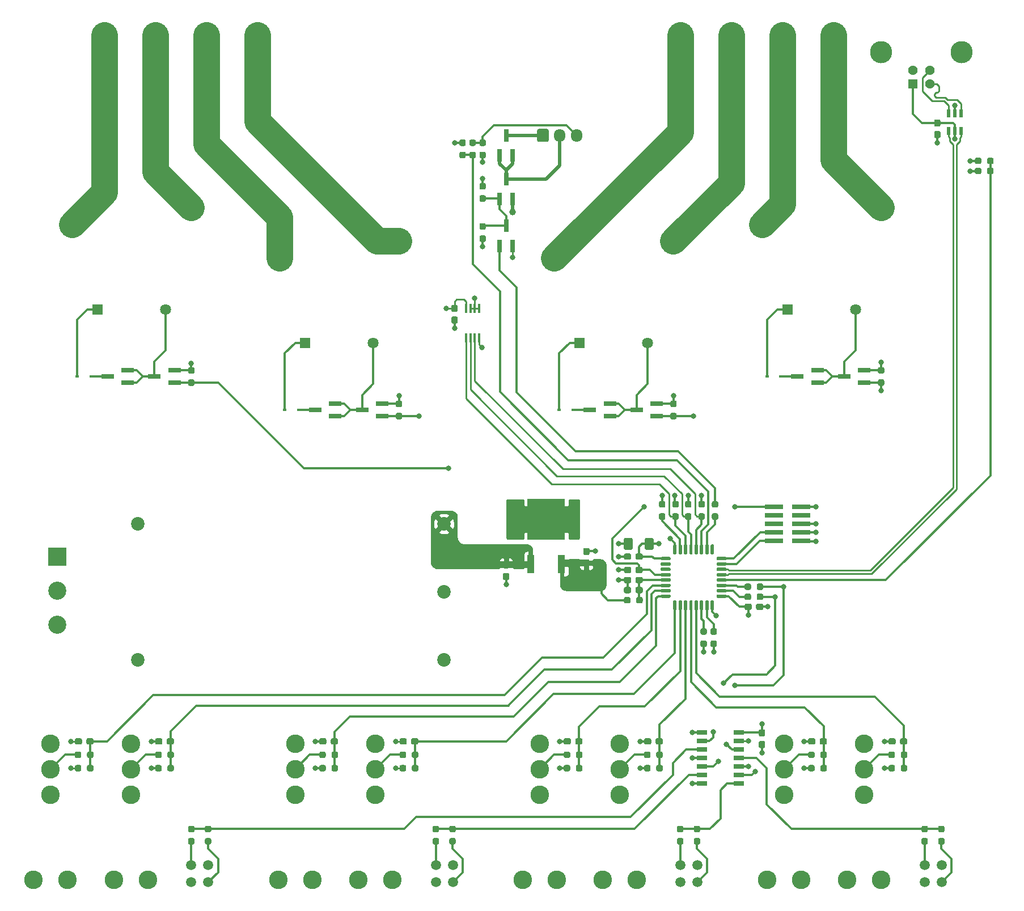
<source format=gtl>
%TF.GenerationSoftware,KiCad,Pcbnew,5.1.10-88a1d61d58~90~ubuntu20.04.1*%
%TF.CreationDate,2021-10-18T00:45:22+03:00*%
%TF.ProjectId,PRS_relay_board,5052535f-7265-46c6-9179-5f626f617264,rev?*%
%TF.SameCoordinates,Original*%
%TF.FileFunction,Copper,L1,Top*%
%TF.FilePolarity,Positive*%
%FSLAX46Y46*%
G04 Gerber Fmt 4.6, Leading zero omitted, Abs format (unit mm)*
G04 Created by KiCad (PCBNEW 5.1.10-88a1d61d58~90~ubuntu20.04.1) date 2021-10-18 00:45:22*
%MOMM*%
%LPD*%
G01*
G04 APERTURE LIST*
%TA.AperFunction,ComponentPad*%
%ADD10C,2.775000*%
%TD*%
%TA.AperFunction,ComponentPad*%
%ADD11C,1.800000*%
%TD*%
%TA.AperFunction,ComponentPad*%
%ADD12C,3.316000*%
%TD*%
%TA.AperFunction,ComponentPad*%
%ADD13C,1.428000*%
%TD*%
%TA.AperFunction,ComponentPad*%
%ADD14R,1.428000X1.428000*%
%TD*%
%TA.AperFunction,ComponentPad*%
%ADD15C,2.400000*%
%TD*%
%TA.AperFunction,ComponentPad*%
%ADD16C,3.076000*%
%TD*%
%TA.AperFunction,ComponentPad*%
%ADD17C,2.970000*%
%TD*%
%TA.AperFunction,ComponentPad*%
%ADD18R,1.635000X1.635000*%
%TD*%
%TA.AperFunction,ComponentPad*%
%ADD19C,1.635000*%
%TD*%
%TA.AperFunction,SMDPad,CuDef*%
%ADD20R,0.450000X1.475000*%
%TD*%
%TA.AperFunction,SMDPad,CuDef*%
%ADD21R,1.000000X2.750000*%
%TD*%
%TA.AperFunction,SMDPad,CuDef*%
%ADD22R,5.550000X6.150000*%
%TD*%
%TA.AperFunction,ComponentPad*%
%ADD23C,2.700000*%
%TD*%
%TA.AperFunction,ComponentPad*%
%ADD24R,2.700000X2.700000*%
%TD*%
%TA.AperFunction,SMDPad,CuDef*%
%ADD25R,1.550000X0.700000*%
%TD*%
%TA.AperFunction,ComponentPad*%
%ADD26C,1.500000*%
%TD*%
%TA.AperFunction,SMDPad,CuDef*%
%ADD27R,2.790000X0.740000*%
%TD*%
%TA.AperFunction,SMDPad,CuDef*%
%ADD28R,0.600000X1.150000*%
%TD*%
%TA.AperFunction,SMDPad,CuDef*%
%ADD29R,0.600000X0.450000*%
%TD*%
%TA.AperFunction,SMDPad,CuDef*%
%ADD30R,0.800000X1.900000*%
%TD*%
%TA.AperFunction,SMDPad,CuDef*%
%ADD31R,1.900000X0.800000*%
%TD*%
%TA.AperFunction,ComponentPad*%
%ADD32C,2.025000*%
%TD*%
%TA.AperFunction,ComponentPad*%
%ADD33O,1.700000X1.950000*%
%TD*%
%TA.AperFunction,ViaPad*%
%ADD34C,0.800000*%
%TD*%
%TA.AperFunction,ViaPad*%
%ADD35C,1.000000*%
%TD*%
%TA.AperFunction,Conductor*%
%ADD36C,0.350000*%
%TD*%
%TA.AperFunction,Conductor*%
%ADD37C,0.250000*%
%TD*%
%TA.AperFunction,Conductor*%
%ADD38C,0.500000*%
%TD*%
%TA.AperFunction,Conductor*%
%ADD39C,1.000000*%
%TD*%
%TA.AperFunction,Conductor*%
%ADD40C,0.261100*%
%TD*%
%TA.AperFunction,Conductor*%
%ADD41C,4.000000*%
%TD*%
%TA.AperFunction,Conductor*%
%ADD42C,0.100000*%
%TD*%
G04 APERTURE END LIST*
D10*
%TO.P,S8,1*%
%TO.N,Net-(S8-Pad1)*%
X188500000Y-168500000D03*
%TO.P,S8,2*%
%TO.N,Net-(R34-Pad2)*%
X188500000Y-164690000D03*
%TO.P,S8,3*%
%TO.N,GND*%
X188500000Y-160880000D03*
%TO.P,S8,MH1*%
%TO.N,Net-(S8-PadMH1)*%
X191040000Y-181200000D03*
%TO.P,S8,MH2*%
%TO.N,Net-(S8-PadMH2)*%
X185960000Y-181200000D03*
%TD*%
%TO.P,S7,1*%
%TO.N,Net-(S7-Pad1)*%
X176500000Y-168500000D03*
%TO.P,S7,2*%
%TO.N,Net-(R33-Pad2)*%
X176500000Y-164690000D03*
%TO.P,S7,3*%
%TO.N,GND*%
X176500000Y-160880000D03*
%TO.P,S7,MH1*%
%TO.N,Net-(S7-PadMH1)*%
X179040000Y-181200000D03*
%TO.P,S7,MH2*%
%TO.N,Net-(S7-PadMH2)*%
X173960000Y-181200000D03*
%TD*%
%TO.P,S6,1*%
%TO.N,Net-(S6-Pad1)*%
X152000000Y-168500000D03*
%TO.P,S6,2*%
%TO.N,Net-(R29-Pad2)*%
X152000000Y-164690000D03*
%TO.P,S6,3*%
%TO.N,GND*%
X152000000Y-160880000D03*
%TO.P,S6,MH1*%
%TO.N,Net-(S6-PadMH1)*%
X154540000Y-181200000D03*
%TO.P,S6,MH2*%
%TO.N,Net-(S6-PadMH2)*%
X149460000Y-181200000D03*
%TD*%
%TO.P,S5,1*%
%TO.N,Net-(S5-Pad1)*%
X140000000Y-168500000D03*
%TO.P,S5,2*%
%TO.N,Net-(R28-Pad2)*%
X140000000Y-164690000D03*
%TO.P,S5,3*%
%TO.N,GND*%
X140000000Y-160880000D03*
%TO.P,S5,MH1*%
%TO.N,Net-(S5-PadMH1)*%
X142540000Y-181200000D03*
%TO.P,S5,MH2*%
%TO.N,Net-(S5-PadMH2)*%
X137460000Y-181200000D03*
%TD*%
%TO.P,S4,1*%
%TO.N,Net-(S4-Pad1)*%
X115500000Y-168500000D03*
%TO.P,S4,2*%
%TO.N,Net-(R17-Pad2)*%
X115500000Y-164690000D03*
%TO.P,S4,3*%
%TO.N,GND*%
X115500000Y-160880000D03*
%TO.P,S4,MH1*%
%TO.N,Net-(S4-PadMH1)*%
X118040000Y-181200000D03*
%TO.P,S4,MH2*%
%TO.N,Net-(S4-PadMH2)*%
X112960000Y-181200000D03*
%TD*%
%TO.P,S3,1*%
%TO.N,Net-(S3-Pad1)*%
X103500000Y-168500000D03*
%TO.P,S3,2*%
%TO.N,Net-(R16-Pad2)*%
X103500000Y-164690000D03*
%TO.P,S3,3*%
%TO.N,GND*%
X103500000Y-160880000D03*
%TO.P,S3,MH1*%
%TO.N,Net-(S3-PadMH1)*%
X106040000Y-181200000D03*
%TO.P,S3,MH2*%
%TO.N,Net-(S3-PadMH2)*%
X100960000Y-181200000D03*
%TD*%
%TO.P,S2,1*%
%TO.N,Net-(S2-Pad1)*%
X79000000Y-168500000D03*
%TO.P,S2,2*%
%TO.N,Net-(R7-Pad2)*%
X79000000Y-164690000D03*
%TO.P,S2,3*%
%TO.N,GND*%
X79000000Y-160880000D03*
%TO.P,S2,MH1*%
%TO.N,Net-(S2-PadMH1)*%
X81540000Y-181200000D03*
%TO.P,S2,MH2*%
%TO.N,Net-(S2-PadMH2)*%
X76460000Y-181200000D03*
%TD*%
%TO.P,S1,1*%
%TO.N,Net-(S1-Pad1)*%
X67000000Y-168500000D03*
%TO.P,S1,2*%
%TO.N,Net-(R6-Pad2)*%
X67000000Y-164690000D03*
%TO.P,S1,3*%
%TO.N,GND*%
X67000000Y-160880000D03*
%TO.P,S1,MH1*%
%TO.N,Net-(S1-PadMH1)*%
X69540000Y-181200000D03*
%TO.P,S1,MH2*%
%TO.N,Net-(S1-PadMH2)*%
X64460000Y-181200000D03*
%TD*%
D11*
%TO.P,RV4,2*%
%TO.N,/Relays/RELAY4_NO*%
X82500000Y-66100000D03*
%TO.P,RV4,1*%
%TO.N,/Relays/RELAY4_COM*%
X75000000Y-63000000D03*
%TD*%
%TO.P,RV3,2*%
%TO.N,/Relays/RELAY3_NO*%
X97800000Y-66100000D03*
%TO.P,RV3,1*%
%TO.N,/Relays/RELAY3_COM*%
X90300000Y-63000000D03*
%TD*%
%TO.P,RV2,2*%
%TO.N,/Relays/RELAY2_NO*%
X168500000Y-66100000D03*
%TO.P,RV2,1*%
%TO.N,/Relays/RELAY2_COM*%
X161000000Y-63000000D03*
%TD*%
%TO.P,RV1,2*%
%TO.N,/Relays/RELAY1_NO*%
X183800000Y-66100000D03*
%TO.P,RV1,1*%
%TO.N,/Relays/RELAY1_COM*%
X176300000Y-63000000D03*
%TD*%
%TO.P,R44,2*%
%TO.N,Net-(J6-Pad3)*%
%TA.AperFunction,SMDPad,CuDef*%
G36*
G01*
X131737500Y-71575000D02*
X131262500Y-71575000D01*
G75*
G02*
X131025000Y-71337500I0J237500D01*
G01*
X131025000Y-70837500D01*
G75*
G02*
X131262500Y-70600000I237500J0D01*
G01*
X131737500Y-70600000D01*
G75*
G02*
X131975000Y-70837500I0J-237500D01*
G01*
X131975000Y-71337500D01*
G75*
G02*
X131737500Y-71575000I-237500J0D01*
G01*
G37*
%TD.AperFunction*%
%TO.P,R44,1*%
%TO.N,+12V*%
%TA.AperFunction,SMDPad,CuDef*%
G36*
G01*
X131737500Y-73400000D02*
X131262500Y-73400000D01*
G75*
G02*
X131025000Y-73162500I0J237500D01*
G01*
X131025000Y-72662500D01*
G75*
G02*
X131262500Y-72425000I237500J0D01*
G01*
X131737500Y-72425000D01*
G75*
G02*
X131975000Y-72662500I0J-237500D01*
G01*
X131975000Y-73162500D01*
G75*
G02*
X131737500Y-73400000I-237500J0D01*
G01*
G37*
%TD.AperFunction*%
%TD*%
D12*
%TO.P,J3,SH2*%
%TO.N,Net-(J3-PadSH1)*%
X191000000Y-57590000D03*
%TO.P,J3,SH1*%
X203040000Y-57590000D03*
D13*
%TO.P,J3,4*%
%TO.N,GND*%
X195770000Y-60300000D03*
%TO.P,J3,3*%
%TO.N,/MCU/EXT_USB_D+*%
X198270000Y-60300000D03*
D14*
%TO.P,J3,1*%
%TO.N,/MCU/VBUS*%
X195770000Y-62300000D03*
D13*
%TO.P,J3,2*%
%TO.N,/MCU/EXT_USB_D-*%
X198270000Y-62300000D03*
%TD*%
D15*
%TO.P,J2,4*%
%TO.N,/Relays/RELAY3_NO*%
X97860000Y-55000000D03*
%TO.P,J2,3*%
%TO.N,/Relays/RELAY3_COM*%
X90240000Y-55000000D03*
%TO.P,J2,2*%
%TO.N,/Relays/RELAY4_NO*%
X82620000Y-55000000D03*
%TO.P,J2,1*%
%TO.N,/Relays/RELAY4_COM*%
X75000000Y-55000000D03*
%TD*%
%TO.P,J1,4*%
%TO.N,/Relays/RELAY1_NO*%
X183860000Y-55000000D03*
%TO.P,J1,3*%
%TO.N,/Relays/RELAY1_COM*%
X176240000Y-55000000D03*
%TO.P,J1,2*%
%TO.N,/Relays/RELAY2_NO*%
X168620000Y-55000000D03*
%TO.P,J1,1*%
%TO.N,/Relays/RELAY2_COM*%
X161000000Y-55000000D03*
%TD*%
D16*
%TO.P,K4,NO*%
%TO.N,/Relays/RELAY4_NO*%
X87970000Y-80760000D03*
D17*
%TO.P,K4,C*%
%TO.N,/Relays/RELAY4_COM*%
X70190000Y-83300000D03*
D18*
%TO.P,K4,A1*%
%TO.N,+12V*%
X74000000Y-96000000D03*
D19*
%TO.P,K4,A2*%
%TO.N,Net-(D8-Pad1)*%
X84160000Y-96000000D03*
%TD*%
D16*
%TO.P,K3,NO*%
%TO.N,/Relays/RELAY3_NO*%
X118970000Y-85760000D03*
D17*
%TO.P,K3,C*%
%TO.N,/Relays/RELAY3_COM*%
X101190000Y-88300000D03*
D18*
%TO.P,K3,A1*%
%TO.N,+12V*%
X105000000Y-101000000D03*
D19*
%TO.P,K3,A2*%
%TO.N,Net-(D6-Pad1)*%
X115160000Y-101000000D03*
%TD*%
D16*
%TO.P,K2,NO*%
%TO.N,/Relays/RELAY2_NO*%
X159970000Y-85760000D03*
D17*
%TO.P,K2,C*%
%TO.N,/Relays/RELAY2_COM*%
X142190000Y-88300000D03*
D18*
%TO.P,K2,A1*%
%TO.N,+12V*%
X146000000Y-101000000D03*
D19*
%TO.P,K2,A2*%
%TO.N,Net-(D4-Pad1)*%
X156160000Y-101000000D03*
%TD*%
D16*
%TO.P,K1,NO*%
%TO.N,/Relays/RELAY1_NO*%
X190970000Y-80760000D03*
D17*
%TO.P,K1,C*%
%TO.N,/Relays/RELAY1_COM*%
X173190000Y-83300000D03*
D18*
%TO.P,K1,A1*%
%TO.N,+12V*%
X177000000Y-96000000D03*
D19*
%TO.P,K1,A2*%
%TO.N,Net-(D2-Pad1)*%
X187160000Y-96000000D03*
%TD*%
D20*
%TO.P,U1,8*%
%TO.N,+3V3*%
X129025000Y-95788000D03*
%TO.P,U1,7*%
%TO.N,GND*%
X129675000Y-95788000D03*
%TO.P,U1,6*%
X130325000Y-95788000D03*
%TO.P,U1,5*%
X130975000Y-95788000D03*
%TO.P,U1,4*%
X130975000Y-100212000D03*
%TO.P,U1,3*%
%TO.N,/Cooling/TEMP_INT*%
X130325000Y-100212000D03*
%TO.P,U1,2*%
%TO.N,/Cooling/SCL*%
X129675000Y-100212000D03*
%TO.P,U1,1*%
%TO.N,/Cooling/SDA*%
X129025000Y-100212000D03*
%TD*%
D21*
%TO.P,U5,3*%
%TO.N,+3V3*%
X143290000Y-134000000D03*
D22*
%TO.P,U5,2*%
%TO.N,GND*%
X141000000Y-127300000D03*
D21*
%TO.P,U5,1*%
%TO.N,+12V*%
X138710000Y-134000000D03*
%TD*%
D23*
%TO.P,J5,3*%
%TO.N,/Power/L*%
X68000000Y-143080000D03*
%TO.P,J5,2*%
%TO.N,Net-(J5-Pad2)*%
X68000000Y-138000000D03*
D24*
%TO.P,J5,1*%
%TO.N,/Power/N*%
X68000000Y-132920000D03*
%TD*%
D25*
%TO.P,U3,14*%
%TO.N,+3V3*%
X169725000Y-159190000D03*
%TO.P,U3,13*%
%TO.N,GND*%
X169725000Y-160460000D03*
%TO.P,U3,12*%
%TO.N,/Front Panel/RELAY4_OUT*%
X169725000Y-161730000D03*
%TO.P,U3,11*%
%TO.N,/Front Panel/4Y*%
X169725000Y-163000000D03*
%TO.P,U3,10*%
%TO.N,GND*%
X169725000Y-164270000D03*
%TO.P,U3,9*%
%TO.N,/Front Panel/RELAY3_OUT*%
X169725000Y-165540000D03*
%TO.P,U3,8*%
%TO.N,/Front Panel/3Y*%
X169725000Y-166810000D03*
%TO.P,U3,7*%
%TO.N,GND*%
X164275000Y-166810000D03*
%TO.P,U3,6*%
%TO.N,/Front Panel/2Y*%
X164275000Y-165540000D03*
%TO.P,U3,5*%
%TO.N,/Front Panel/RELAY2_OUT*%
X164275000Y-164270000D03*
%TO.P,U3,4*%
%TO.N,GND*%
X164275000Y-163000000D03*
%TO.P,U3,3*%
%TO.N,/Front Panel/1Y*%
X164275000Y-161730000D03*
%TO.P,U3,2*%
%TO.N,/Front Panel/RELAY1_OUT*%
X164275000Y-160460000D03*
%TO.P,U3,1*%
%TO.N,GND*%
X164275000Y-159190000D03*
%TD*%
D26*
%TO.P,LED4,4*%
%TO.N,GND*%
X200040000Y-178960000D03*
%TO.P,LED4,3*%
%TO.N,Net-(LED4-Pad3)*%
X197500000Y-178960000D03*
%TO.P,LED4,2*%
%TO.N,Net-(LED4-Pad2)*%
X200040000Y-181500000D03*
%TO.P,LED4,1*%
%TO.N,+3V3*%
X197500000Y-181500000D03*
%TD*%
%TO.P,LED3,4*%
%TO.N,GND*%
X163540000Y-178960000D03*
%TO.P,LED3,3*%
%TO.N,Net-(LED3-Pad3)*%
X161000000Y-178960000D03*
%TO.P,LED3,2*%
%TO.N,Net-(LED3-Pad2)*%
X163540000Y-181500000D03*
%TO.P,LED3,1*%
%TO.N,+3V3*%
X161000000Y-181500000D03*
%TD*%
%TO.P,LED2,4*%
%TO.N,GND*%
X127040000Y-178960000D03*
%TO.P,LED2,3*%
%TO.N,Net-(LED2-Pad3)*%
X124500000Y-178960000D03*
%TO.P,LED2,2*%
%TO.N,Net-(LED2-Pad2)*%
X127040000Y-181500000D03*
%TO.P,LED2,1*%
%TO.N,+3V3*%
X124500000Y-181500000D03*
%TD*%
%TO.P,LED1,4*%
%TO.N,GND*%
X90540000Y-178960000D03*
%TO.P,LED1,3*%
%TO.N,Net-(LED1-Pad3)*%
X88000000Y-178960000D03*
%TO.P,LED1,2*%
%TO.N,Net-(LED1-Pad2)*%
X90540000Y-181500000D03*
%TO.P,LED1,1*%
%TO.N,+3V3*%
X88000000Y-181500000D03*
%TD*%
D27*
%TO.P,J4,1*%
%TO.N,+3V3*%
X179035000Y-130540000D03*
%TO.P,J4,2*%
%TO.N,/MCU/SWDIO*%
X174965000Y-130540000D03*
%TO.P,J4,3*%
%TO.N,GND*%
X179035000Y-129270000D03*
%TO.P,J4,4*%
%TO.N,/MCU/SWCLK*%
X174965000Y-129270000D03*
%TO.P,J4,5*%
%TO.N,GND*%
X179035000Y-128000000D03*
%TO.P,J4,6*%
%TO.N,Net-(J4-Pad6)*%
X174965000Y-128000000D03*
%TO.P,J4,7*%
%TO.N,Net-(J4-Pad7)*%
X179035000Y-126730000D03*
%TO.P,J4,8*%
%TO.N,Net-(J4-Pad8)*%
X174965000Y-126730000D03*
%TO.P,J4,9*%
%TO.N,GND*%
X179035000Y-125460000D03*
%TO.P,J4,10*%
%TO.N,/MCU/~RST*%
X174965000Y-125460000D03*
%TD*%
D28*
%TO.P,U4,6*%
%TO.N,/MCU/USB_D-*%
X202950000Y-69300000D03*
%TO.P,U4,5*%
%TO.N,/MCU/VBUS*%
X202000000Y-69300000D03*
%TO.P,U4,4*%
%TO.N,/MCU/USB_D+*%
X201050000Y-69300000D03*
%TO.P,U4,3*%
%TO.N,/MCU/EXT_USB_D+*%
X201050000Y-66700000D03*
%TO.P,U4,2*%
%TO.N,GND*%
X202000000Y-66700000D03*
%TO.P,U4,1*%
%TO.N,/MCU/EXT_USB_D-*%
X202950000Y-66700000D03*
%TD*%
%TO.P,C13,2*%
%TO.N,GND*%
%TA.AperFunction,SMDPad,CuDef*%
G36*
G01*
X153900000Y-130349999D02*
X153900000Y-131650001D01*
G75*
G02*
X153650001Y-131900000I-249999J0D01*
G01*
X152824999Y-131900000D01*
G75*
G02*
X152575000Y-131650001I0J249999D01*
G01*
X152575000Y-130349999D01*
G75*
G02*
X152824999Y-130100000I249999J0D01*
G01*
X153650001Y-130100000D01*
G75*
G02*
X153900000Y-130349999I0J-249999D01*
G01*
G37*
%TD.AperFunction*%
%TO.P,C13,1*%
%TO.N,+3V3*%
%TA.AperFunction,SMDPad,CuDef*%
G36*
G01*
X157025000Y-130349999D02*
X157025000Y-131650001D01*
G75*
G02*
X156775001Y-131900000I-249999J0D01*
G01*
X155949999Y-131900000D01*
G75*
G02*
X155700000Y-131650001I0J249999D01*
G01*
X155700000Y-130349999D01*
G75*
G02*
X155949999Y-130100000I249999J0D01*
G01*
X156775001Y-130100000D01*
G75*
G02*
X157025000Y-130349999I0J-249999D01*
G01*
G37*
%TD.AperFunction*%
%TD*%
D29*
%TO.P,D7,2*%
%TO.N,+12V*%
X70950000Y-106000000D03*
%TO.P,D7,1*%
%TO.N,Net-(D7-Pad1)*%
X73050000Y-106000000D03*
%TD*%
%TO.P,D5,2*%
%TO.N,+12V*%
X101950000Y-111000000D03*
%TO.P,D5,1*%
%TO.N,Net-(D5-Pad1)*%
X104050000Y-111000000D03*
%TD*%
%TO.P,D3,2*%
%TO.N,+12V*%
X142950000Y-111000000D03*
%TO.P,D3,1*%
%TO.N,Net-(D3-Pad1)*%
X145050000Y-111000000D03*
%TD*%
%TO.P,D1,2*%
%TO.N,+12V*%
X173950000Y-106000000D03*
%TO.P,D1,1*%
%TO.N,Net-(D1-Pad1)*%
X176050000Y-106000000D03*
%TD*%
%TO.P,U2,32*%
%TO.N,GND*%
%TA.AperFunction,SMDPad,CuDef*%
G36*
G01*
X159950000Y-132450000D02*
X159950000Y-131200000D01*
G75*
G02*
X160075000Y-131075000I125000J0D01*
G01*
X160325000Y-131075000D01*
G75*
G02*
X160450000Y-131200000I0J-125000D01*
G01*
X160450000Y-132450000D01*
G75*
G02*
X160325000Y-132575000I-125000J0D01*
G01*
X160075000Y-132575000D01*
G75*
G02*
X159950000Y-132450000I0J125000D01*
G01*
G37*
%TD.AperFunction*%
%TO.P,U2,31*%
%TO.N,Net-(R24-Pad1)*%
%TA.AperFunction,SMDPad,CuDef*%
G36*
G01*
X160750000Y-132450000D02*
X160750000Y-131200000D01*
G75*
G02*
X160875000Y-131075000I125000J0D01*
G01*
X161125000Y-131075000D01*
G75*
G02*
X161250000Y-131200000I0J-125000D01*
G01*
X161250000Y-132450000D01*
G75*
G02*
X161125000Y-132575000I-125000J0D01*
G01*
X160875000Y-132575000D01*
G75*
G02*
X160750000Y-132450000I0J125000D01*
G01*
G37*
%TD.AperFunction*%
%TO.P,U2,30*%
%TO.N,/Cooling/SDA*%
%TA.AperFunction,SMDPad,CuDef*%
G36*
G01*
X161550000Y-132450000D02*
X161550000Y-131200000D01*
G75*
G02*
X161675000Y-131075000I125000J0D01*
G01*
X161925000Y-131075000D01*
G75*
G02*
X162050000Y-131200000I0J-125000D01*
G01*
X162050000Y-132450000D01*
G75*
G02*
X161925000Y-132575000I-125000J0D01*
G01*
X161675000Y-132575000D01*
G75*
G02*
X161550000Y-132450000I0J125000D01*
G01*
G37*
%TD.AperFunction*%
%TO.P,U2,29*%
%TO.N,/Cooling/SCL*%
%TA.AperFunction,SMDPad,CuDef*%
G36*
G01*
X162350000Y-132450000D02*
X162350000Y-131200000D01*
G75*
G02*
X162475000Y-131075000I125000J0D01*
G01*
X162725000Y-131075000D01*
G75*
G02*
X162850000Y-131200000I0J-125000D01*
G01*
X162850000Y-132450000D01*
G75*
G02*
X162725000Y-132575000I-125000J0D01*
G01*
X162475000Y-132575000D01*
G75*
G02*
X162350000Y-132450000I0J125000D01*
G01*
G37*
%TD.AperFunction*%
%TO.P,U2,28*%
%TO.N,/Cooling/TEMP_INT*%
%TA.AperFunction,SMDPad,CuDef*%
G36*
G01*
X163150000Y-132450000D02*
X163150000Y-131200000D01*
G75*
G02*
X163275000Y-131075000I125000J0D01*
G01*
X163525000Y-131075000D01*
G75*
G02*
X163650000Y-131200000I0J-125000D01*
G01*
X163650000Y-132450000D01*
G75*
G02*
X163525000Y-132575000I-125000J0D01*
G01*
X163275000Y-132575000D01*
G75*
G02*
X163150000Y-132450000I0J125000D01*
G01*
G37*
%TD.AperFunction*%
%TO.P,U2,27*%
%TO.N,/Cooling/FAN_TACH*%
%TA.AperFunction,SMDPad,CuDef*%
G36*
G01*
X163950000Y-132450000D02*
X163950000Y-131200000D01*
G75*
G02*
X164075000Y-131075000I125000J0D01*
G01*
X164325000Y-131075000D01*
G75*
G02*
X164450000Y-131200000I0J-125000D01*
G01*
X164450000Y-132450000D01*
G75*
G02*
X164325000Y-132575000I-125000J0D01*
G01*
X164075000Y-132575000D01*
G75*
G02*
X163950000Y-132450000I0J125000D01*
G01*
G37*
%TD.AperFunction*%
%TO.P,U2,26*%
%TO.N,/Cooling/FAN_CTRL*%
%TA.AperFunction,SMDPad,CuDef*%
G36*
G01*
X164750000Y-132450000D02*
X164750000Y-131200000D01*
G75*
G02*
X164875000Y-131075000I125000J0D01*
G01*
X165125000Y-131075000D01*
G75*
G02*
X165250000Y-131200000I0J-125000D01*
G01*
X165250000Y-132450000D01*
G75*
G02*
X165125000Y-132575000I-125000J0D01*
G01*
X164875000Y-132575000D01*
G75*
G02*
X164750000Y-132450000I0J125000D01*
G01*
G37*
%TD.AperFunction*%
%TO.P,U2,25*%
%TO.N,Net-(U2-Pad25)*%
%TA.AperFunction,SMDPad,CuDef*%
G36*
G01*
X165550000Y-132450000D02*
X165550000Y-131200000D01*
G75*
G02*
X165675000Y-131075000I125000J0D01*
G01*
X165925000Y-131075000D01*
G75*
G02*
X166050000Y-131200000I0J-125000D01*
G01*
X166050000Y-132450000D01*
G75*
G02*
X165925000Y-132575000I-125000J0D01*
G01*
X165675000Y-132575000D01*
G75*
G02*
X165550000Y-132450000I0J125000D01*
G01*
G37*
%TD.AperFunction*%
%TO.P,U2,24*%
%TO.N,/MCU/SWCLK*%
%TA.AperFunction,SMDPad,CuDef*%
G36*
G01*
X166425000Y-133325000D02*
X166425000Y-133075000D01*
G75*
G02*
X166550000Y-132950000I125000J0D01*
G01*
X167800000Y-132950000D01*
G75*
G02*
X167925000Y-133075000I0J-125000D01*
G01*
X167925000Y-133325000D01*
G75*
G02*
X167800000Y-133450000I-125000J0D01*
G01*
X166550000Y-133450000D01*
G75*
G02*
X166425000Y-133325000I0J125000D01*
G01*
G37*
%TD.AperFunction*%
%TO.P,U2,23*%
%TO.N,/MCU/SWDIO*%
%TA.AperFunction,SMDPad,CuDef*%
G36*
G01*
X166425000Y-134125000D02*
X166425000Y-133875000D01*
G75*
G02*
X166550000Y-133750000I125000J0D01*
G01*
X167800000Y-133750000D01*
G75*
G02*
X167925000Y-133875000I0J-125000D01*
G01*
X167925000Y-134125000D01*
G75*
G02*
X167800000Y-134250000I-125000J0D01*
G01*
X166550000Y-134250000D01*
G75*
G02*
X166425000Y-134125000I0J125000D01*
G01*
G37*
%TD.AperFunction*%
%TO.P,U2,22*%
%TO.N,/MCU/USB_D+*%
%TA.AperFunction,SMDPad,CuDef*%
G36*
G01*
X166425000Y-134925000D02*
X166425000Y-134675000D01*
G75*
G02*
X166550000Y-134550000I125000J0D01*
G01*
X167800000Y-134550000D01*
G75*
G02*
X167925000Y-134675000I0J-125000D01*
G01*
X167925000Y-134925000D01*
G75*
G02*
X167800000Y-135050000I-125000J0D01*
G01*
X166550000Y-135050000D01*
G75*
G02*
X166425000Y-134925000I0J125000D01*
G01*
G37*
%TD.AperFunction*%
%TO.P,U2,21*%
%TO.N,/MCU/USB_D-*%
%TA.AperFunction,SMDPad,CuDef*%
G36*
G01*
X166425000Y-135725000D02*
X166425000Y-135475000D01*
G75*
G02*
X166550000Y-135350000I125000J0D01*
G01*
X167800000Y-135350000D01*
G75*
G02*
X167925000Y-135475000I0J-125000D01*
G01*
X167925000Y-135725000D01*
G75*
G02*
X167800000Y-135850000I-125000J0D01*
G01*
X166550000Y-135850000D01*
G75*
G02*
X166425000Y-135725000I0J125000D01*
G01*
G37*
%TD.AperFunction*%
%TO.P,U2,20*%
%TO.N,/MCU/VBUS_SENSE*%
%TA.AperFunction,SMDPad,CuDef*%
G36*
G01*
X166425000Y-136525000D02*
X166425000Y-136275000D01*
G75*
G02*
X166550000Y-136150000I125000J0D01*
G01*
X167800000Y-136150000D01*
G75*
G02*
X167925000Y-136275000I0J-125000D01*
G01*
X167925000Y-136525000D01*
G75*
G02*
X167800000Y-136650000I-125000J0D01*
G01*
X166550000Y-136650000D01*
G75*
G02*
X166425000Y-136525000I0J125000D01*
G01*
G37*
%TD.AperFunction*%
%TO.P,U2,19*%
%TO.N,Net-(R20-Pad1)*%
%TA.AperFunction,SMDPad,CuDef*%
G36*
G01*
X166425000Y-137325000D02*
X166425000Y-137075000D01*
G75*
G02*
X166550000Y-136950000I125000J0D01*
G01*
X167800000Y-136950000D01*
G75*
G02*
X167925000Y-137075000I0J-125000D01*
G01*
X167925000Y-137325000D01*
G75*
G02*
X167800000Y-137450000I-125000J0D01*
G01*
X166550000Y-137450000D01*
G75*
G02*
X166425000Y-137325000I0J125000D01*
G01*
G37*
%TD.AperFunction*%
%TO.P,U2,18*%
%TO.N,Net-(R21-Pad1)*%
%TA.AperFunction,SMDPad,CuDef*%
G36*
G01*
X166425000Y-138125000D02*
X166425000Y-137875000D01*
G75*
G02*
X166550000Y-137750000I125000J0D01*
G01*
X167800000Y-137750000D01*
G75*
G02*
X167925000Y-137875000I0J-125000D01*
G01*
X167925000Y-138125000D01*
G75*
G02*
X167800000Y-138250000I-125000J0D01*
G01*
X166550000Y-138250000D01*
G75*
G02*
X166425000Y-138125000I0J125000D01*
G01*
G37*
%TD.AperFunction*%
%TO.P,U2,17*%
%TO.N,+3V3*%
%TA.AperFunction,SMDPad,CuDef*%
G36*
G01*
X166425000Y-138925000D02*
X166425000Y-138675000D01*
G75*
G02*
X166550000Y-138550000I125000J0D01*
G01*
X167800000Y-138550000D01*
G75*
G02*
X167925000Y-138675000I0J-125000D01*
G01*
X167925000Y-138925000D01*
G75*
G02*
X167800000Y-139050000I-125000J0D01*
G01*
X166550000Y-139050000D01*
G75*
G02*
X166425000Y-138925000I0J125000D01*
G01*
G37*
%TD.AperFunction*%
%TO.P,U2,16*%
%TO.N,GND*%
%TA.AperFunction,SMDPad,CuDef*%
G36*
G01*
X165550000Y-140800000D02*
X165550000Y-139550000D01*
G75*
G02*
X165675000Y-139425000I125000J0D01*
G01*
X165925000Y-139425000D01*
G75*
G02*
X166050000Y-139550000I0J-125000D01*
G01*
X166050000Y-140800000D01*
G75*
G02*
X165925000Y-140925000I-125000J0D01*
G01*
X165675000Y-140925000D01*
G75*
G02*
X165550000Y-140800000I0J125000D01*
G01*
G37*
%TD.AperFunction*%
%TO.P,U2,15*%
%TO.N,Net-(R22-Pad1)*%
%TA.AperFunction,SMDPad,CuDef*%
G36*
G01*
X164750000Y-140800000D02*
X164750000Y-139550000D01*
G75*
G02*
X164875000Y-139425000I125000J0D01*
G01*
X165125000Y-139425000D01*
G75*
G02*
X165250000Y-139550000I0J-125000D01*
G01*
X165250000Y-140800000D01*
G75*
G02*
X165125000Y-140925000I-125000J0D01*
G01*
X164875000Y-140925000D01*
G75*
G02*
X164750000Y-140800000I0J125000D01*
G01*
G37*
%TD.AperFunction*%
%TO.P,U2,14*%
%TO.N,Net-(R23-Pad1)*%
%TA.AperFunction,SMDPad,CuDef*%
G36*
G01*
X163950000Y-140800000D02*
X163950000Y-139550000D01*
G75*
G02*
X164075000Y-139425000I125000J0D01*
G01*
X164325000Y-139425000D01*
G75*
G02*
X164450000Y-139550000I0J-125000D01*
G01*
X164450000Y-140800000D01*
G75*
G02*
X164325000Y-140925000I-125000J0D01*
G01*
X164075000Y-140925000D01*
G75*
G02*
X163950000Y-140800000I0J125000D01*
G01*
G37*
%TD.AperFunction*%
%TO.P,U2,13*%
%TO.N,/Front Panel/RELAY4_IN*%
%TA.AperFunction,SMDPad,CuDef*%
G36*
G01*
X163150000Y-140800000D02*
X163150000Y-139550000D01*
G75*
G02*
X163275000Y-139425000I125000J0D01*
G01*
X163525000Y-139425000D01*
G75*
G02*
X163650000Y-139550000I0J-125000D01*
G01*
X163650000Y-140800000D01*
G75*
G02*
X163525000Y-140925000I-125000J0D01*
G01*
X163275000Y-140925000D01*
G75*
G02*
X163150000Y-140800000I0J125000D01*
G01*
G37*
%TD.AperFunction*%
%TO.P,U2,12*%
%TO.N,/Front Panel/RELAY4_USB_MAN*%
%TA.AperFunction,SMDPad,CuDef*%
G36*
G01*
X162350000Y-140800000D02*
X162350000Y-139550000D01*
G75*
G02*
X162475000Y-139425000I125000J0D01*
G01*
X162725000Y-139425000D01*
G75*
G02*
X162850000Y-139550000I0J-125000D01*
G01*
X162850000Y-140800000D01*
G75*
G02*
X162725000Y-140925000I-125000J0D01*
G01*
X162475000Y-140925000D01*
G75*
G02*
X162350000Y-140800000I0J125000D01*
G01*
G37*
%TD.AperFunction*%
%TO.P,U2,11*%
%TO.N,/Front Panel/RELAY3_IN*%
%TA.AperFunction,SMDPad,CuDef*%
G36*
G01*
X161550000Y-140800000D02*
X161550000Y-139550000D01*
G75*
G02*
X161675000Y-139425000I125000J0D01*
G01*
X161925000Y-139425000D01*
G75*
G02*
X162050000Y-139550000I0J-125000D01*
G01*
X162050000Y-140800000D01*
G75*
G02*
X161925000Y-140925000I-125000J0D01*
G01*
X161675000Y-140925000D01*
G75*
G02*
X161550000Y-140800000I0J125000D01*
G01*
G37*
%TD.AperFunction*%
%TO.P,U2,10*%
%TO.N,/Front Panel/RELAY3_USB_MAN*%
%TA.AperFunction,SMDPad,CuDef*%
G36*
G01*
X160750000Y-140800000D02*
X160750000Y-139550000D01*
G75*
G02*
X160875000Y-139425000I125000J0D01*
G01*
X161125000Y-139425000D01*
G75*
G02*
X161250000Y-139550000I0J-125000D01*
G01*
X161250000Y-140800000D01*
G75*
G02*
X161125000Y-140925000I-125000J0D01*
G01*
X160875000Y-140925000D01*
G75*
G02*
X160750000Y-140800000I0J125000D01*
G01*
G37*
%TD.AperFunction*%
%TO.P,U2,9*%
%TO.N,/Front Panel/RELAY2_IN*%
%TA.AperFunction,SMDPad,CuDef*%
G36*
G01*
X159950000Y-140800000D02*
X159950000Y-139550000D01*
G75*
G02*
X160075000Y-139425000I125000J0D01*
G01*
X160325000Y-139425000D01*
G75*
G02*
X160450000Y-139550000I0J-125000D01*
G01*
X160450000Y-140800000D01*
G75*
G02*
X160325000Y-140925000I-125000J0D01*
G01*
X160075000Y-140925000D01*
G75*
G02*
X159950000Y-140800000I0J125000D01*
G01*
G37*
%TD.AperFunction*%
%TO.P,U2,8*%
%TO.N,/Front Panel/RELAY2_USB_MAN*%
%TA.AperFunction,SMDPad,CuDef*%
G36*
G01*
X158075000Y-138925000D02*
X158075000Y-138675000D01*
G75*
G02*
X158200000Y-138550000I125000J0D01*
G01*
X159450000Y-138550000D01*
G75*
G02*
X159575000Y-138675000I0J-125000D01*
G01*
X159575000Y-138925000D01*
G75*
G02*
X159450000Y-139050000I-125000J0D01*
G01*
X158200000Y-139050000D01*
G75*
G02*
X158075000Y-138925000I0J125000D01*
G01*
G37*
%TD.AperFunction*%
%TO.P,U2,7*%
%TO.N,/Front Panel/RELAY1_IN*%
%TA.AperFunction,SMDPad,CuDef*%
G36*
G01*
X158075000Y-138125000D02*
X158075000Y-137875000D01*
G75*
G02*
X158200000Y-137750000I125000J0D01*
G01*
X159450000Y-137750000D01*
G75*
G02*
X159575000Y-137875000I0J-125000D01*
G01*
X159575000Y-138125000D01*
G75*
G02*
X159450000Y-138250000I-125000J0D01*
G01*
X158200000Y-138250000D01*
G75*
G02*
X158075000Y-138125000I0J125000D01*
G01*
G37*
%TD.AperFunction*%
%TO.P,U2,6*%
%TO.N,/Front Panel/RELAY1_USB_MAN*%
%TA.AperFunction,SMDPad,CuDef*%
G36*
G01*
X158075000Y-137325000D02*
X158075000Y-137075000D01*
G75*
G02*
X158200000Y-136950000I125000J0D01*
G01*
X159450000Y-136950000D01*
G75*
G02*
X159575000Y-137075000I0J-125000D01*
G01*
X159575000Y-137325000D01*
G75*
G02*
X159450000Y-137450000I-125000J0D01*
G01*
X158200000Y-137450000D01*
G75*
G02*
X158075000Y-137325000I0J125000D01*
G01*
G37*
%TD.AperFunction*%
%TO.P,U2,5*%
%TO.N,/MCU/VDDA*%
%TA.AperFunction,SMDPad,CuDef*%
G36*
G01*
X158075000Y-136525000D02*
X158075000Y-136275000D01*
G75*
G02*
X158200000Y-136150000I125000J0D01*
G01*
X159450000Y-136150000D01*
G75*
G02*
X159575000Y-136275000I0J-125000D01*
G01*
X159575000Y-136525000D01*
G75*
G02*
X159450000Y-136650000I-125000J0D01*
G01*
X158200000Y-136650000D01*
G75*
G02*
X158075000Y-136525000I0J125000D01*
G01*
G37*
%TD.AperFunction*%
%TO.P,U2,4*%
%TO.N,/MCU/~RST*%
%TA.AperFunction,SMDPad,CuDef*%
G36*
G01*
X158075000Y-135725000D02*
X158075000Y-135475000D01*
G75*
G02*
X158200000Y-135350000I125000J0D01*
G01*
X159450000Y-135350000D01*
G75*
G02*
X159575000Y-135475000I0J-125000D01*
G01*
X159575000Y-135725000D01*
G75*
G02*
X159450000Y-135850000I-125000J0D01*
G01*
X158200000Y-135850000D01*
G75*
G02*
X158075000Y-135725000I0J125000D01*
G01*
G37*
%TD.AperFunction*%
%TO.P,U2,3*%
%TO.N,Net-(U2-Pad3)*%
%TA.AperFunction,SMDPad,CuDef*%
G36*
G01*
X158075000Y-134925000D02*
X158075000Y-134675000D01*
G75*
G02*
X158200000Y-134550000I125000J0D01*
G01*
X159450000Y-134550000D01*
G75*
G02*
X159575000Y-134675000I0J-125000D01*
G01*
X159575000Y-134925000D01*
G75*
G02*
X159450000Y-135050000I-125000J0D01*
G01*
X158200000Y-135050000D01*
G75*
G02*
X158075000Y-134925000I0J125000D01*
G01*
G37*
%TD.AperFunction*%
%TO.P,U2,2*%
%TO.N,Net-(U2-Pad2)*%
%TA.AperFunction,SMDPad,CuDef*%
G36*
G01*
X158075000Y-134125000D02*
X158075000Y-133875000D01*
G75*
G02*
X158200000Y-133750000I125000J0D01*
G01*
X159450000Y-133750000D01*
G75*
G02*
X159575000Y-133875000I0J-125000D01*
G01*
X159575000Y-134125000D01*
G75*
G02*
X159450000Y-134250000I-125000J0D01*
G01*
X158200000Y-134250000D01*
G75*
G02*
X158075000Y-134125000I0J125000D01*
G01*
G37*
%TD.AperFunction*%
%TO.P,U2,1*%
%TO.N,+3V3*%
%TA.AperFunction,SMDPad,CuDef*%
G36*
G01*
X158075000Y-133325000D02*
X158075000Y-133075000D01*
G75*
G02*
X158200000Y-132950000I125000J0D01*
G01*
X159450000Y-132950000D01*
G75*
G02*
X159575000Y-133075000I0J-125000D01*
G01*
X159575000Y-133325000D01*
G75*
G02*
X159450000Y-133450000I-125000J0D01*
G01*
X158200000Y-133450000D01*
G75*
G02*
X158075000Y-133325000I0J125000D01*
G01*
G37*
%TD.AperFunction*%
%TD*%
%TO.P,R43,2*%
%TO.N,GND*%
%TA.AperFunction,SMDPad,CuDef*%
G36*
G01*
X128737500Y-71575000D02*
X128262500Y-71575000D01*
G75*
G02*
X128025000Y-71337500I0J237500D01*
G01*
X128025000Y-70837500D01*
G75*
G02*
X128262500Y-70600000I237500J0D01*
G01*
X128737500Y-70600000D01*
G75*
G02*
X128975000Y-70837500I0J-237500D01*
G01*
X128975000Y-71337500D01*
G75*
G02*
X128737500Y-71575000I-237500J0D01*
G01*
G37*
%TD.AperFunction*%
%TO.P,R43,1*%
%TO.N,/Cooling/FAN_TACH*%
%TA.AperFunction,SMDPad,CuDef*%
G36*
G01*
X128737500Y-73400000D02*
X128262500Y-73400000D01*
G75*
G02*
X128025000Y-73162500I0J237500D01*
G01*
X128025000Y-72662500D01*
G75*
G02*
X128262500Y-72425000I237500J0D01*
G01*
X128737500Y-72425000D01*
G75*
G02*
X128975000Y-72662500I0J-237500D01*
G01*
X128975000Y-73162500D01*
G75*
G02*
X128737500Y-73400000I-237500J0D01*
G01*
G37*
%TD.AperFunction*%
%TD*%
%TO.P,R42,2*%
%TO.N,/Cooling/FAN_TACH*%
%TA.AperFunction,SMDPad,CuDef*%
G36*
G01*
X129762500Y-72425000D02*
X130237500Y-72425000D01*
G75*
G02*
X130475000Y-72662500I0J-237500D01*
G01*
X130475000Y-73162500D01*
G75*
G02*
X130237500Y-73400000I-237500J0D01*
G01*
X129762500Y-73400000D01*
G75*
G02*
X129525000Y-73162500I0J237500D01*
G01*
X129525000Y-72662500D01*
G75*
G02*
X129762500Y-72425000I237500J0D01*
G01*
G37*
%TD.AperFunction*%
%TO.P,R42,1*%
%TO.N,Net-(J6-Pad3)*%
%TA.AperFunction,SMDPad,CuDef*%
G36*
G01*
X129762500Y-70600000D02*
X130237500Y-70600000D01*
G75*
G02*
X130475000Y-70837500I0J-237500D01*
G01*
X130475000Y-71337500D01*
G75*
G02*
X130237500Y-71575000I-237500J0D01*
G01*
X129762500Y-71575000D01*
G75*
G02*
X129525000Y-71337500I0J237500D01*
G01*
X129525000Y-70837500D01*
G75*
G02*
X129762500Y-70600000I237500J0D01*
G01*
G37*
%TD.AperFunction*%
%TD*%
%TO.P,R41,2*%
%TO.N,GND*%
%TA.AperFunction,SMDPad,CuDef*%
G36*
G01*
X131262500Y-84925000D02*
X131737500Y-84925000D01*
G75*
G02*
X131975000Y-85162500I0J-237500D01*
G01*
X131975000Y-85662500D01*
G75*
G02*
X131737500Y-85900000I-237500J0D01*
G01*
X131262500Y-85900000D01*
G75*
G02*
X131025000Y-85662500I0J237500D01*
G01*
X131025000Y-85162500D01*
G75*
G02*
X131262500Y-84925000I237500J0D01*
G01*
G37*
%TD.AperFunction*%
%TO.P,R41,1*%
%TO.N,Net-(Q5-Pad3)*%
%TA.AperFunction,SMDPad,CuDef*%
G36*
G01*
X131262500Y-83100000D02*
X131737500Y-83100000D01*
G75*
G02*
X131975000Y-83337500I0J-237500D01*
G01*
X131975000Y-83837500D01*
G75*
G02*
X131737500Y-84075000I-237500J0D01*
G01*
X131262500Y-84075000D01*
G75*
G02*
X131025000Y-83837500I0J237500D01*
G01*
X131025000Y-83337500D01*
G75*
G02*
X131262500Y-83100000I237500J0D01*
G01*
G37*
%TD.AperFunction*%
%TD*%
%TO.P,R40,2*%
%TO.N,Net-(Q5-Pad3)*%
%TA.AperFunction,SMDPad,CuDef*%
G36*
G01*
X131262500Y-78925000D02*
X131737500Y-78925000D01*
G75*
G02*
X131975000Y-79162500I0J-237500D01*
G01*
X131975000Y-79662500D01*
G75*
G02*
X131737500Y-79900000I-237500J0D01*
G01*
X131262500Y-79900000D01*
G75*
G02*
X131025000Y-79662500I0J237500D01*
G01*
X131025000Y-79162500D01*
G75*
G02*
X131262500Y-78925000I237500J0D01*
G01*
G37*
%TD.AperFunction*%
%TO.P,R40,1*%
%TO.N,+12V*%
%TA.AperFunction,SMDPad,CuDef*%
G36*
G01*
X131262500Y-77100000D02*
X131737500Y-77100000D01*
G75*
G02*
X131975000Y-77337500I0J-237500D01*
G01*
X131975000Y-77837500D01*
G75*
G02*
X131737500Y-78075000I-237500J0D01*
G01*
X131262500Y-78075000D01*
G75*
G02*
X131025000Y-77837500I0J237500D01*
G01*
X131025000Y-77337500D01*
G75*
G02*
X131262500Y-77100000I237500J0D01*
G01*
G37*
%TD.AperFunction*%
%TD*%
%TO.P,R39,2*%
%TO.N,/Cooling/FAN_CTRL*%
%TA.AperFunction,SMDPad,CuDef*%
G36*
G01*
X165962500Y-126425000D02*
X166437500Y-126425000D01*
G75*
G02*
X166675000Y-126662500I0J-237500D01*
G01*
X166675000Y-127162500D01*
G75*
G02*
X166437500Y-127400000I-237500J0D01*
G01*
X165962500Y-127400000D01*
G75*
G02*
X165725000Y-127162500I0J237500D01*
G01*
X165725000Y-126662500D01*
G75*
G02*
X165962500Y-126425000I237500J0D01*
G01*
G37*
%TD.AperFunction*%
%TO.P,R39,1*%
%TO.N,Net-(Q5-Pad1)*%
%TA.AperFunction,SMDPad,CuDef*%
G36*
G01*
X165962500Y-124600000D02*
X166437500Y-124600000D01*
G75*
G02*
X166675000Y-124837500I0J-237500D01*
G01*
X166675000Y-125337500D01*
G75*
G02*
X166437500Y-125575000I-237500J0D01*
G01*
X165962500Y-125575000D01*
G75*
G02*
X165725000Y-125337500I0J237500D01*
G01*
X165725000Y-124837500D01*
G75*
G02*
X165962500Y-124600000I237500J0D01*
G01*
G37*
%TD.AperFunction*%
%TD*%
%TO.P,R38,2*%
%TO.N,/Cooling/TEMP_INT*%
%TA.AperFunction,SMDPad,CuDef*%
G36*
G01*
X163962500Y-126425000D02*
X164437500Y-126425000D01*
G75*
G02*
X164675000Y-126662500I0J-237500D01*
G01*
X164675000Y-127162500D01*
G75*
G02*
X164437500Y-127400000I-237500J0D01*
G01*
X163962500Y-127400000D01*
G75*
G02*
X163725000Y-127162500I0J237500D01*
G01*
X163725000Y-126662500D01*
G75*
G02*
X163962500Y-126425000I237500J0D01*
G01*
G37*
%TD.AperFunction*%
%TO.P,R38,1*%
%TO.N,+3V3*%
%TA.AperFunction,SMDPad,CuDef*%
G36*
G01*
X163962500Y-124600000D02*
X164437500Y-124600000D01*
G75*
G02*
X164675000Y-124837500I0J-237500D01*
G01*
X164675000Y-125337500D01*
G75*
G02*
X164437500Y-125575000I-237500J0D01*
G01*
X163962500Y-125575000D01*
G75*
G02*
X163725000Y-125337500I0J237500D01*
G01*
X163725000Y-124837500D01*
G75*
G02*
X163962500Y-124600000I237500J0D01*
G01*
G37*
%TD.AperFunction*%
%TD*%
%TO.P,R37,2*%
%TO.N,/Cooling/SCL*%
%TA.AperFunction,SMDPad,CuDef*%
G36*
G01*
X161962500Y-126425000D02*
X162437500Y-126425000D01*
G75*
G02*
X162675000Y-126662500I0J-237500D01*
G01*
X162675000Y-127162500D01*
G75*
G02*
X162437500Y-127400000I-237500J0D01*
G01*
X161962500Y-127400000D01*
G75*
G02*
X161725000Y-127162500I0J237500D01*
G01*
X161725000Y-126662500D01*
G75*
G02*
X161962500Y-126425000I237500J0D01*
G01*
G37*
%TD.AperFunction*%
%TO.P,R37,1*%
%TO.N,+3V3*%
%TA.AperFunction,SMDPad,CuDef*%
G36*
G01*
X161962500Y-124600000D02*
X162437500Y-124600000D01*
G75*
G02*
X162675000Y-124837500I0J-237500D01*
G01*
X162675000Y-125337500D01*
G75*
G02*
X162437500Y-125575000I-237500J0D01*
G01*
X161962500Y-125575000D01*
G75*
G02*
X161725000Y-125337500I0J237500D01*
G01*
X161725000Y-124837500D01*
G75*
G02*
X161962500Y-124600000I237500J0D01*
G01*
G37*
%TD.AperFunction*%
%TD*%
%TO.P,R36,2*%
%TO.N,/Front Panel/RELAY4_IN*%
%TA.AperFunction,SMDPad,CuDef*%
G36*
G01*
X193925000Y-164737500D02*
X193925000Y-164262500D01*
G75*
G02*
X194162500Y-164025000I237500J0D01*
G01*
X194662500Y-164025000D01*
G75*
G02*
X194900000Y-164262500I0J-237500D01*
G01*
X194900000Y-164737500D01*
G75*
G02*
X194662500Y-164975000I-237500J0D01*
G01*
X194162500Y-164975000D01*
G75*
G02*
X193925000Y-164737500I0J237500D01*
G01*
G37*
%TD.AperFunction*%
%TO.P,R36,1*%
%TO.N,+3V3*%
%TA.AperFunction,SMDPad,CuDef*%
G36*
G01*
X192100000Y-164737500D02*
X192100000Y-164262500D01*
G75*
G02*
X192337500Y-164025000I237500J0D01*
G01*
X192837500Y-164025000D01*
G75*
G02*
X193075000Y-164262500I0J-237500D01*
G01*
X193075000Y-164737500D01*
G75*
G02*
X192837500Y-164975000I-237500J0D01*
G01*
X192337500Y-164975000D01*
G75*
G02*
X192100000Y-164737500I0J237500D01*
G01*
G37*
%TD.AperFunction*%
%TD*%
%TO.P,R35,2*%
%TO.N,/Front Panel/RELAY4_USB_MAN*%
%TA.AperFunction,SMDPad,CuDef*%
G36*
G01*
X181925000Y-164737500D02*
X181925000Y-164262500D01*
G75*
G02*
X182162500Y-164025000I237500J0D01*
G01*
X182662500Y-164025000D01*
G75*
G02*
X182900000Y-164262500I0J-237500D01*
G01*
X182900000Y-164737500D01*
G75*
G02*
X182662500Y-164975000I-237500J0D01*
G01*
X182162500Y-164975000D01*
G75*
G02*
X181925000Y-164737500I0J237500D01*
G01*
G37*
%TD.AperFunction*%
%TO.P,R35,1*%
%TO.N,+3V3*%
%TA.AperFunction,SMDPad,CuDef*%
G36*
G01*
X180100000Y-164737500D02*
X180100000Y-164262500D01*
G75*
G02*
X180337500Y-164025000I237500J0D01*
G01*
X180837500Y-164025000D01*
G75*
G02*
X181075000Y-164262500I0J-237500D01*
G01*
X181075000Y-164737500D01*
G75*
G02*
X180837500Y-164975000I-237500J0D01*
G01*
X180337500Y-164975000D01*
G75*
G02*
X180100000Y-164737500I0J237500D01*
G01*
G37*
%TD.AperFunction*%
%TD*%
%TO.P,R34,2*%
%TO.N,Net-(R34-Pad2)*%
%TA.AperFunction,SMDPad,CuDef*%
G36*
G01*
X193075000Y-162262500D02*
X193075000Y-162737500D01*
G75*
G02*
X192837500Y-162975000I-237500J0D01*
G01*
X192337500Y-162975000D01*
G75*
G02*
X192100000Y-162737500I0J237500D01*
G01*
X192100000Y-162262500D01*
G75*
G02*
X192337500Y-162025000I237500J0D01*
G01*
X192837500Y-162025000D01*
G75*
G02*
X193075000Y-162262500I0J-237500D01*
G01*
G37*
%TD.AperFunction*%
%TO.P,R34,1*%
%TO.N,/Front Panel/RELAY4_IN*%
%TA.AperFunction,SMDPad,CuDef*%
G36*
G01*
X194900000Y-162262500D02*
X194900000Y-162737500D01*
G75*
G02*
X194662500Y-162975000I-237500J0D01*
G01*
X194162500Y-162975000D01*
G75*
G02*
X193925000Y-162737500I0J237500D01*
G01*
X193925000Y-162262500D01*
G75*
G02*
X194162500Y-162025000I237500J0D01*
G01*
X194662500Y-162025000D01*
G75*
G02*
X194900000Y-162262500I0J-237500D01*
G01*
G37*
%TD.AperFunction*%
%TD*%
%TO.P,R33,2*%
%TO.N,Net-(R33-Pad2)*%
%TA.AperFunction,SMDPad,CuDef*%
G36*
G01*
X181075000Y-162262500D02*
X181075000Y-162737500D01*
G75*
G02*
X180837500Y-162975000I-237500J0D01*
G01*
X180337500Y-162975000D01*
G75*
G02*
X180100000Y-162737500I0J237500D01*
G01*
X180100000Y-162262500D01*
G75*
G02*
X180337500Y-162025000I237500J0D01*
G01*
X180837500Y-162025000D01*
G75*
G02*
X181075000Y-162262500I0J-237500D01*
G01*
G37*
%TD.AperFunction*%
%TO.P,R33,1*%
%TO.N,/Front Panel/RELAY4_USB_MAN*%
%TA.AperFunction,SMDPad,CuDef*%
G36*
G01*
X182900000Y-162262500D02*
X182900000Y-162737500D01*
G75*
G02*
X182662500Y-162975000I-237500J0D01*
G01*
X182162500Y-162975000D01*
G75*
G02*
X181925000Y-162737500I0J237500D01*
G01*
X181925000Y-162262500D01*
G75*
G02*
X182162500Y-162025000I237500J0D01*
G01*
X182662500Y-162025000D01*
G75*
G02*
X182900000Y-162262500I0J-237500D01*
G01*
G37*
%TD.AperFunction*%
%TD*%
%TO.P,R32,2*%
%TO.N,Net-(LED4-Pad2)*%
%TA.AperFunction,SMDPad,CuDef*%
G36*
G01*
X199762500Y-174925000D02*
X200237500Y-174925000D01*
G75*
G02*
X200475000Y-175162500I0J-237500D01*
G01*
X200475000Y-175662500D01*
G75*
G02*
X200237500Y-175900000I-237500J0D01*
G01*
X199762500Y-175900000D01*
G75*
G02*
X199525000Y-175662500I0J237500D01*
G01*
X199525000Y-175162500D01*
G75*
G02*
X199762500Y-174925000I237500J0D01*
G01*
G37*
%TD.AperFunction*%
%TO.P,R32,1*%
%TO.N,/Front Panel/4Y*%
%TA.AperFunction,SMDPad,CuDef*%
G36*
G01*
X199762500Y-173100000D02*
X200237500Y-173100000D01*
G75*
G02*
X200475000Y-173337500I0J-237500D01*
G01*
X200475000Y-173837500D01*
G75*
G02*
X200237500Y-174075000I-237500J0D01*
G01*
X199762500Y-174075000D01*
G75*
G02*
X199525000Y-173837500I0J237500D01*
G01*
X199525000Y-173337500D01*
G75*
G02*
X199762500Y-173100000I237500J0D01*
G01*
G37*
%TD.AperFunction*%
%TD*%
%TO.P,R31,2*%
%TO.N,/Front Panel/RELAY3_IN*%
%TA.AperFunction,SMDPad,CuDef*%
G36*
G01*
X157425000Y-164737500D02*
X157425000Y-164262500D01*
G75*
G02*
X157662500Y-164025000I237500J0D01*
G01*
X158162500Y-164025000D01*
G75*
G02*
X158400000Y-164262500I0J-237500D01*
G01*
X158400000Y-164737500D01*
G75*
G02*
X158162500Y-164975000I-237500J0D01*
G01*
X157662500Y-164975000D01*
G75*
G02*
X157425000Y-164737500I0J237500D01*
G01*
G37*
%TD.AperFunction*%
%TO.P,R31,1*%
%TO.N,+3V3*%
%TA.AperFunction,SMDPad,CuDef*%
G36*
G01*
X155600000Y-164737500D02*
X155600000Y-164262500D01*
G75*
G02*
X155837500Y-164025000I237500J0D01*
G01*
X156337500Y-164025000D01*
G75*
G02*
X156575000Y-164262500I0J-237500D01*
G01*
X156575000Y-164737500D01*
G75*
G02*
X156337500Y-164975000I-237500J0D01*
G01*
X155837500Y-164975000D01*
G75*
G02*
X155600000Y-164737500I0J237500D01*
G01*
G37*
%TD.AperFunction*%
%TD*%
%TO.P,R30,2*%
%TO.N,/Front Panel/RELAY3_USB_MAN*%
%TA.AperFunction,SMDPad,CuDef*%
G36*
G01*
X145425000Y-164737500D02*
X145425000Y-164262500D01*
G75*
G02*
X145662500Y-164025000I237500J0D01*
G01*
X146162500Y-164025000D01*
G75*
G02*
X146400000Y-164262500I0J-237500D01*
G01*
X146400000Y-164737500D01*
G75*
G02*
X146162500Y-164975000I-237500J0D01*
G01*
X145662500Y-164975000D01*
G75*
G02*
X145425000Y-164737500I0J237500D01*
G01*
G37*
%TD.AperFunction*%
%TO.P,R30,1*%
%TO.N,+3V3*%
%TA.AperFunction,SMDPad,CuDef*%
G36*
G01*
X143600000Y-164737500D02*
X143600000Y-164262500D01*
G75*
G02*
X143837500Y-164025000I237500J0D01*
G01*
X144337500Y-164025000D01*
G75*
G02*
X144575000Y-164262500I0J-237500D01*
G01*
X144575000Y-164737500D01*
G75*
G02*
X144337500Y-164975000I-237500J0D01*
G01*
X143837500Y-164975000D01*
G75*
G02*
X143600000Y-164737500I0J237500D01*
G01*
G37*
%TD.AperFunction*%
%TD*%
%TO.P,R29,2*%
%TO.N,Net-(R29-Pad2)*%
%TA.AperFunction,SMDPad,CuDef*%
G36*
G01*
X156575000Y-162262500D02*
X156575000Y-162737500D01*
G75*
G02*
X156337500Y-162975000I-237500J0D01*
G01*
X155837500Y-162975000D01*
G75*
G02*
X155600000Y-162737500I0J237500D01*
G01*
X155600000Y-162262500D01*
G75*
G02*
X155837500Y-162025000I237500J0D01*
G01*
X156337500Y-162025000D01*
G75*
G02*
X156575000Y-162262500I0J-237500D01*
G01*
G37*
%TD.AperFunction*%
%TO.P,R29,1*%
%TO.N,/Front Panel/RELAY3_IN*%
%TA.AperFunction,SMDPad,CuDef*%
G36*
G01*
X158400000Y-162262500D02*
X158400000Y-162737500D01*
G75*
G02*
X158162500Y-162975000I-237500J0D01*
G01*
X157662500Y-162975000D01*
G75*
G02*
X157425000Y-162737500I0J237500D01*
G01*
X157425000Y-162262500D01*
G75*
G02*
X157662500Y-162025000I237500J0D01*
G01*
X158162500Y-162025000D01*
G75*
G02*
X158400000Y-162262500I0J-237500D01*
G01*
G37*
%TD.AperFunction*%
%TD*%
%TO.P,R28,2*%
%TO.N,Net-(R28-Pad2)*%
%TA.AperFunction,SMDPad,CuDef*%
G36*
G01*
X144575000Y-162262500D02*
X144575000Y-162737500D01*
G75*
G02*
X144337500Y-162975000I-237500J0D01*
G01*
X143837500Y-162975000D01*
G75*
G02*
X143600000Y-162737500I0J237500D01*
G01*
X143600000Y-162262500D01*
G75*
G02*
X143837500Y-162025000I237500J0D01*
G01*
X144337500Y-162025000D01*
G75*
G02*
X144575000Y-162262500I0J-237500D01*
G01*
G37*
%TD.AperFunction*%
%TO.P,R28,1*%
%TO.N,/Front Panel/RELAY3_USB_MAN*%
%TA.AperFunction,SMDPad,CuDef*%
G36*
G01*
X146400000Y-162262500D02*
X146400000Y-162737500D01*
G75*
G02*
X146162500Y-162975000I-237500J0D01*
G01*
X145662500Y-162975000D01*
G75*
G02*
X145425000Y-162737500I0J237500D01*
G01*
X145425000Y-162262500D01*
G75*
G02*
X145662500Y-162025000I237500J0D01*
G01*
X146162500Y-162025000D01*
G75*
G02*
X146400000Y-162262500I0J-237500D01*
G01*
G37*
%TD.AperFunction*%
%TD*%
%TO.P,R27,2*%
%TO.N,/Front Panel/4Y*%
%TA.AperFunction,SMDPad,CuDef*%
G36*
G01*
X197737500Y-174075000D02*
X197262500Y-174075000D01*
G75*
G02*
X197025000Y-173837500I0J237500D01*
G01*
X197025000Y-173337500D01*
G75*
G02*
X197262500Y-173100000I237500J0D01*
G01*
X197737500Y-173100000D01*
G75*
G02*
X197975000Y-173337500I0J-237500D01*
G01*
X197975000Y-173837500D01*
G75*
G02*
X197737500Y-174075000I-237500J0D01*
G01*
G37*
%TD.AperFunction*%
%TO.P,R27,1*%
%TO.N,Net-(LED4-Pad3)*%
%TA.AperFunction,SMDPad,CuDef*%
G36*
G01*
X197737500Y-175900000D02*
X197262500Y-175900000D01*
G75*
G02*
X197025000Y-175662500I0J237500D01*
G01*
X197025000Y-175162500D01*
G75*
G02*
X197262500Y-174925000I237500J0D01*
G01*
X197737500Y-174925000D01*
G75*
G02*
X197975000Y-175162500I0J-237500D01*
G01*
X197975000Y-175662500D01*
G75*
G02*
X197737500Y-175900000I-237500J0D01*
G01*
G37*
%TD.AperFunction*%
%TD*%
%TO.P,R26,2*%
%TO.N,Net-(LED3-Pad2)*%
%TA.AperFunction,SMDPad,CuDef*%
G36*
G01*
X163262500Y-174925000D02*
X163737500Y-174925000D01*
G75*
G02*
X163975000Y-175162500I0J-237500D01*
G01*
X163975000Y-175662500D01*
G75*
G02*
X163737500Y-175900000I-237500J0D01*
G01*
X163262500Y-175900000D01*
G75*
G02*
X163025000Y-175662500I0J237500D01*
G01*
X163025000Y-175162500D01*
G75*
G02*
X163262500Y-174925000I237500J0D01*
G01*
G37*
%TD.AperFunction*%
%TO.P,R26,1*%
%TO.N,/Front Panel/3Y*%
%TA.AperFunction,SMDPad,CuDef*%
G36*
G01*
X163262500Y-173100000D02*
X163737500Y-173100000D01*
G75*
G02*
X163975000Y-173337500I0J-237500D01*
G01*
X163975000Y-173837500D01*
G75*
G02*
X163737500Y-174075000I-237500J0D01*
G01*
X163262500Y-174075000D01*
G75*
G02*
X163025000Y-173837500I0J237500D01*
G01*
X163025000Y-173337500D01*
G75*
G02*
X163262500Y-173100000I237500J0D01*
G01*
G37*
%TD.AperFunction*%
%TD*%
%TO.P,R25,2*%
%TO.N,/Front Panel/3Y*%
%TA.AperFunction,SMDPad,CuDef*%
G36*
G01*
X161237500Y-174075000D02*
X160762500Y-174075000D01*
G75*
G02*
X160525000Y-173837500I0J237500D01*
G01*
X160525000Y-173337500D01*
G75*
G02*
X160762500Y-173100000I237500J0D01*
G01*
X161237500Y-173100000D01*
G75*
G02*
X161475000Y-173337500I0J-237500D01*
G01*
X161475000Y-173837500D01*
G75*
G02*
X161237500Y-174075000I-237500J0D01*
G01*
G37*
%TD.AperFunction*%
%TO.P,R25,1*%
%TO.N,Net-(LED3-Pad3)*%
%TA.AperFunction,SMDPad,CuDef*%
G36*
G01*
X161237500Y-175900000D02*
X160762500Y-175900000D01*
G75*
G02*
X160525000Y-175662500I0J237500D01*
G01*
X160525000Y-175162500D01*
G75*
G02*
X160762500Y-174925000I237500J0D01*
G01*
X161237500Y-174925000D01*
G75*
G02*
X161475000Y-175162500I0J-237500D01*
G01*
X161475000Y-175662500D01*
G75*
G02*
X161237500Y-175900000I-237500J0D01*
G01*
G37*
%TD.AperFunction*%
%TD*%
%TO.P,R19,2*%
%TO.N,/Front Panel/RELAY2_IN*%
%TA.AperFunction,SMDPad,CuDef*%
G36*
G01*
X120925000Y-164737500D02*
X120925000Y-164262500D01*
G75*
G02*
X121162500Y-164025000I237500J0D01*
G01*
X121662500Y-164025000D01*
G75*
G02*
X121900000Y-164262500I0J-237500D01*
G01*
X121900000Y-164737500D01*
G75*
G02*
X121662500Y-164975000I-237500J0D01*
G01*
X121162500Y-164975000D01*
G75*
G02*
X120925000Y-164737500I0J237500D01*
G01*
G37*
%TD.AperFunction*%
%TO.P,R19,1*%
%TO.N,+3V3*%
%TA.AperFunction,SMDPad,CuDef*%
G36*
G01*
X119100000Y-164737500D02*
X119100000Y-164262500D01*
G75*
G02*
X119337500Y-164025000I237500J0D01*
G01*
X119837500Y-164025000D01*
G75*
G02*
X120075000Y-164262500I0J-237500D01*
G01*
X120075000Y-164737500D01*
G75*
G02*
X119837500Y-164975000I-237500J0D01*
G01*
X119337500Y-164975000D01*
G75*
G02*
X119100000Y-164737500I0J237500D01*
G01*
G37*
%TD.AperFunction*%
%TD*%
%TO.P,R18,2*%
%TO.N,/Front Panel/RELAY2_USB_MAN*%
%TA.AperFunction,SMDPad,CuDef*%
G36*
G01*
X108925000Y-164737500D02*
X108925000Y-164262500D01*
G75*
G02*
X109162500Y-164025000I237500J0D01*
G01*
X109662500Y-164025000D01*
G75*
G02*
X109900000Y-164262500I0J-237500D01*
G01*
X109900000Y-164737500D01*
G75*
G02*
X109662500Y-164975000I-237500J0D01*
G01*
X109162500Y-164975000D01*
G75*
G02*
X108925000Y-164737500I0J237500D01*
G01*
G37*
%TD.AperFunction*%
%TO.P,R18,1*%
%TO.N,+3V3*%
%TA.AperFunction,SMDPad,CuDef*%
G36*
G01*
X107100000Y-164737500D02*
X107100000Y-164262500D01*
G75*
G02*
X107337500Y-164025000I237500J0D01*
G01*
X107837500Y-164025000D01*
G75*
G02*
X108075000Y-164262500I0J-237500D01*
G01*
X108075000Y-164737500D01*
G75*
G02*
X107837500Y-164975000I-237500J0D01*
G01*
X107337500Y-164975000D01*
G75*
G02*
X107100000Y-164737500I0J237500D01*
G01*
G37*
%TD.AperFunction*%
%TD*%
%TO.P,R17,2*%
%TO.N,Net-(R17-Pad2)*%
%TA.AperFunction,SMDPad,CuDef*%
G36*
G01*
X120075000Y-162262500D02*
X120075000Y-162737500D01*
G75*
G02*
X119837500Y-162975000I-237500J0D01*
G01*
X119337500Y-162975000D01*
G75*
G02*
X119100000Y-162737500I0J237500D01*
G01*
X119100000Y-162262500D01*
G75*
G02*
X119337500Y-162025000I237500J0D01*
G01*
X119837500Y-162025000D01*
G75*
G02*
X120075000Y-162262500I0J-237500D01*
G01*
G37*
%TD.AperFunction*%
%TO.P,R17,1*%
%TO.N,/Front Panel/RELAY2_IN*%
%TA.AperFunction,SMDPad,CuDef*%
G36*
G01*
X121900000Y-162262500D02*
X121900000Y-162737500D01*
G75*
G02*
X121662500Y-162975000I-237500J0D01*
G01*
X121162500Y-162975000D01*
G75*
G02*
X120925000Y-162737500I0J237500D01*
G01*
X120925000Y-162262500D01*
G75*
G02*
X121162500Y-162025000I237500J0D01*
G01*
X121662500Y-162025000D01*
G75*
G02*
X121900000Y-162262500I0J-237500D01*
G01*
G37*
%TD.AperFunction*%
%TD*%
%TO.P,R16,2*%
%TO.N,Net-(R16-Pad2)*%
%TA.AperFunction,SMDPad,CuDef*%
G36*
G01*
X108075000Y-162262500D02*
X108075000Y-162737500D01*
G75*
G02*
X107837500Y-162975000I-237500J0D01*
G01*
X107337500Y-162975000D01*
G75*
G02*
X107100000Y-162737500I0J237500D01*
G01*
X107100000Y-162262500D01*
G75*
G02*
X107337500Y-162025000I237500J0D01*
G01*
X107837500Y-162025000D01*
G75*
G02*
X108075000Y-162262500I0J-237500D01*
G01*
G37*
%TD.AperFunction*%
%TO.P,R16,1*%
%TO.N,/Front Panel/RELAY2_USB_MAN*%
%TA.AperFunction,SMDPad,CuDef*%
G36*
G01*
X109900000Y-162262500D02*
X109900000Y-162737500D01*
G75*
G02*
X109662500Y-162975000I-237500J0D01*
G01*
X109162500Y-162975000D01*
G75*
G02*
X108925000Y-162737500I0J237500D01*
G01*
X108925000Y-162262500D01*
G75*
G02*
X109162500Y-162025000I237500J0D01*
G01*
X109662500Y-162025000D01*
G75*
G02*
X109900000Y-162262500I0J-237500D01*
G01*
G37*
%TD.AperFunction*%
%TD*%
%TO.P,R15,2*%
%TO.N,/Front Panel/2Y*%
%TA.AperFunction,SMDPad,CuDef*%
G36*
G01*
X127237500Y-174075000D02*
X126762500Y-174075000D01*
G75*
G02*
X126525000Y-173837500I0J237500D01*
G01*
X126525000Y-173337500D01*
G75*
G02*
X126762500Y-173100000I237500J0D01*
G01*
X127237500Y-173100000D01*
G75*
G02*
X127475000Y-173337500I0J-237500D01*
G01*
X127475000Y-173837500D01*
G75*
G02*
X127237500Y-174075000I-237500J0D01*
G01*
G37*
%TD.AperFunction*%
%TO.P,R15,1*%
%TO.N,Net-(LED2-Pad2)*%
%TA.AperFunction,SMDPad,CuDef*%
G36*
G01*
X127237500Y-175900000D02*
X126762500Y-175900000D01*
G75*
G02*
X126525000Y-175662500I0J237500D01*
G01*
X126525000Y-175162500D01*
G75*
G02*
X126762500Y-174925000I237500J0D01*
G01*
X127237500Y-174925000D01*
G75*
G02*
X127475000Y-175162500I0J-237500D01*
G01*
X127475000Y-175662500D01*
G75*
G02*
X127237500Y-175900000I-237500J0D01*
G01*
G37*
%TD.AperFunction*%
%TD*%
%TO.P,R14,2*%
%TO.N,/Front Panel/2Y*%
%TA.AperFunction,SMDPad,CuDef*%
G36*
G01*
X124737500Y-174075000D02*
X124262500Y-174075000D01*
G75*
G02*
X124025000Y-173837500I0J237500D01*
G01*
X124025000Y-173337500D01*
G75*
G02*
X124262500Y-173100000I237500J0D01*
G01*
X124737500Y-173100000D01*
G75*
G02*
X124975000Y-173337500I0J-237500D01*
G01*
X124975000Y-173837500D01*
G75*
G02*
X124737500Y-174075000I-237500J0D01*
G01*
G37*
%TD.AperFunction*%
%TO.P,R14,1*%
%TO.N,Net-(LED2-Pad3)*%
%TA.AperFunction,SMDPad,CuDef*%
G36*
G01*
X124737500Y-175900000D02*
X124262500Y-175900000D01*
G75*
G02*
X124025000Y-175662500I0J237500D01*
G01*
X124025000Y-175162500D01*
G75*
G02*
X124262500Y-174925000I237500J0D01*
G01*
X124737500Y-174925000D01*
G75*
G02*
X124975000Y-175162500I0J-237500D01*
G01*
X124975000Y-175662500D01*
G75*
G02*
X124737500Y-175900000I-237500J0D01*
G01*
G37*
%TD.AperFunction*%
%TD*%
%TO.P,R13,2*%
%TO.N,/Front Panel/1Y*%
%TA.AperFunction,SMDPad,CuDef*%
G36*
G01*
X90737500Y-174075000D02*
X90262500Y-174075000D01*
G75*
G02*
X90025000Y-173837500I0J237500D01*
G01*
X90025000Y-173337500D01*
G75*
G02*
X90262500Y-173100000I237500J0D01*
G01*
X90737500Y-173100000D01*
G75*
G02*
X90975000Y-173337500I0J-237500D01*
G01*
X90975000Y-173837500D01*
G75*
G02*
X90737500Y-174075000I-237500J0D01*
G01*
G37*
%TD.AperFunction*%
%TO.P,R13,1*%
%TO.N,Net-(LED1-Pad2)*%
%TA.AperFunction,SMDPad,CuDef*%
G36*
G01*
X90737500Y-175900000D02*
X90262500Y-175900000D01*
G75*
G02*
X90025000Y-175662500I0J237500D01*
G01*
X90025000Y-175162500D01*
G75*
G02*
X90262500Y-174925000I237500J0D01*
G01*
X90737500Y-174925000D01*
G75*
G02*
X90975000Y-175162500I0J-237500D01*
G01*
X90975000Y-175662500D01*
G75*
G02*
X90737500Y-175900000I-237500J0D01*
G01*
G37*
%TD.AperFunction*%
%TD*%
%TO.P,R12,2*%
%TO.N,/Front Panel/RELAY1_IN*%
%TA.AperFunction,SMDPad,CuDef*%
G36*
G01*
X84425000Y-164737500D02*
X84425000Y-164262500D01*
G75*
G02*
X84662500Y-164025000I237500J0D01*
G01*
X85162500Y-164025000D01*
G75*
G02*
X85400000Y-164262500I0J-237500D01*
G01*
X85400000Y-164737500D01*
G75*
G02*
X85162500Y-164975000I-237500J0D01*
G01*
X84662500Y-164975000D01*
G75*
G02*
X84425000Y-164737500I0J237500D01*
G01*
G37*
%TD.AperFunction*%
%TO.P,R12,1*%
%TO.N,+3V3*%
%TA.AperFunction,SMDPad,CuDef*%
G36*
G01*
X82600000Y-164737500D02*
X82600000Y-164262500D01*
G75*
G02*
X82837500Y-164025000I237500J0D01*
G01*
X83337500Y-164025000D01*
G75*
G02*
X83575000Y-164262500I0J-237500D01*
G01*
X83575000Y-164737500D01*
G75*
G02*
X83337500Y-164975000I-237500J0D01*
G01*
X82837500Y-164975000D01*
G75*
G02*
X82600000Y-164737500I0J237500D01*
G01*
G37*
%TD.AperFunction*%
%TD*%
%TO.P,R9,2*%
%TO.N,/Cooling/SDA*%
%TA.AperFunction,SMDPad,CuDef*%
G36*
G01*
X160062500Y-126425000D02*
X160537500Y-126425000D01*
G75*
G02*
X160775000Y-126662500I0J-237500D01*
G01*
X160775000Y-127162500D01*
G75*
G02*
X160537500Y-127400000I-237500J0D01*
G01*
X160062500Y-127400000D01*
G75*
G02*
X159825000Y-127162500I0J237500D01*
G01*
X159825000Y-126662500D01*
G75*
G02*
X160062500Y-126425000I237500J0D01*
G01*
G37*
%TD.AperFunction*%
%TO.P,R9,1*%
%TO.N,+3V3*%
%TA.AperFunction,SMDPad,CuDef*%
G36*
G01*
X160062500Y-124600000D02*
X160537500Y-124600000D01*
G75*
G02*
X160775000Y-124837500I0J-237500D01*
G01*
X160775000Y-125337500D01*
G75*
G02*
X160537500Y-125575000I-237500J0D01*
G01*
X160062500Y-125575000D01*
G75*
G02*
X159825000Y-125337500I0J237500D01*
G01*
X159825000Y-124837500D01*
G75*
G02*
X160062500Y-124600000I237500J0D01*
G01*
G37*
%TD.AperFunction*%
%TD*%
%TO.P,R8,2*%
%TO.N,/Front Panel/RELAY1_USB_MAN*%
%TA.AperFunction,SMDPad,CuDef*%
G36*
G01*
X72425000Y-164737500D02*
X72425000Y-164262500D01*
G75*
G02*
X72662500Y-164025000I237500J0D01*
G01*
X73162500Y-164025000D01*
G75*
G02*
X73400000Y-164262500I0J-237500D01*
G01*
X73400000Y-164737500D01*
G75*
G02*
X73162500Y-164975000I-237500J0D01*
G01*
X72662500Y-164975000D01*
G75*
G02*
X72425000Y-164737500I0J237500D01*
G01*
G37*
%TD.AperFunction*%
%TO.P,R8,1*%
%TO.N,+3V3*%
%TA.AperFunction,SMDPad,CuDef*%
G36*
G01*
X70600000Y-164737500D02*
X70600000Y-164262500D01*
G75*
G02*
X70837500Y-164025000I237500J0D01*
G01*
X71337500Y-164025000D01*
G75*
G02*
X71575000Y-164262500I0J-237500D01*
G01*
X71575000Y-164737500D01*
G75*
G02*
X71337500Y-164975000I-237500J0D01*
G01*
X70837500Y-164975000D01*
G75*
G02*
X70600000Y-164737500I0J237500D01*
G01*
G37*
%TD.AperFunction*%
%TD*%
%TO.P,R7,2*%
%TO.N,Net-(R7-Pad2)*%
%TA.AperFunction,SMDPad,CuDef*%
G36*
G01*
X83575000Y-162262500D02*
X83575000Y-162737500D01*
G75*
G02*
X83337500Y-162975000I-237500J0D01*
G01*
X82837500Y-162975000D01*
G75*
G02*
X82600000Y-162737500I0J237500D01*
G01*
X82600000Y-162262500D01*
G75*
G02*
X82837500Y-162025000I237500J0D01*
G01*
X83337500Y-162025000D01*
G75*
G02*
X83575000Y-162262500I0J-237500D01*
G01*
G37*
%TD.AperFunction*%
%TO.P,R7,1*%
%TO.N,/Front Panel/RELAY1_IN*%
%TA.AperFunction,SMDPad,CuDef*%
G36*
G01*
X85400000Y-162262500D02*
X85400000Y-162737500D01*
G75*
G02*
X85162500Y-162975000I-237500J0D01*
G01*
X84662500Y-162975000D01*
G75*
G02*
X84425000Y-162737500I0J237500D01*
G01*
X84425000Y-162262500D01*
G75*
G02*
X84662500Y-162025000I237500J0D01*
G01*
X85162500Y-162025000D01*
G75*
G02*
X85400000Y-162262500I0J-237500D01*
G01*
G37*
%TD.AperFunction*%
%TD*%
%TO.P,R6,2*%
%TO.N,Net-(R6-Pad2)*%
%TA.AperFunction,SMDPad,CuDef*%
G36*
G01*
X71575000Y-162262500D02*
X71575000Y-162737500D01*
G75*
G02*
X71337500Y-162975000I-237500J0D01*
G01*
X70837500Y-162975000D01*
G75*
G02*
X70600000Y-162737500I0J237500D01*
G01*
X70600000Y-162262500D01*
G75*
G02*
X70837500Y-162025000I237500J0D01*
G01*
X71337500Y-162025000D01*
G75*
G02*
X71575000Y-162262500I0J-237500D01*
G01*
G37*
%TD.AperFunction*%
%TO.P,R6,1*%
%TO.N,/Front Panel/RELAY1_USB_MAN*%
%TA.AperFunction,SMDPad,CuDef*%
G36*
G01*
X73400000Y-162262500D02*
X73400000Y-162737500D01*
G75*
G02*
X73162500Y-162975000I-237500J0D01*
G01*
X72662500Y-162975000D01*
G75*
G02*
X72425000Y-162737500I0J237500D01*
G01*
X72425000Y-162262500D01*
G75*
G02*
X72662500Y-162025000I237500J0D01*
G01*
X73162500Y-162025000D01*
G75*
G02*
X73400000Y-162262500I0J-237500D01*
G01*
G37*
%TD.AperFunction*%
%TD*%
%TO.P,R5,2*%
%TO.N,/Front Panel/1Y*%
%TA.AperFunction,SMDPad,CuDef*%
G36*
G01*
X88237500Y-174075000D02*
X87762500Y-174075000D01*
G75*
G02*
X87525000Y-173837500I0J237500D01*
G01*
X87525000Y-173337500D01*
G75*
G02*
X87762500Y-173100000I237500J0D01*
G01*
X88237500Y-173100000D01*
G75*
G02*
X88475000Y-173337500I0J-237500D01*
G01*
X88475000Y-173837500D01*
G75*
G02*
X88237500Y-174075000I-237500J0D01*
G01*
G37*
%TD.AperFunction*%
%TO.P,R5,1*%
%TO.N,Net-(LED1-Pad3)*%
%TA.AperFunction,SMDPad,CuDef*%
G36*
G01*
X88237500Y-175900000D02*
X87762500Y-175900000D01*
G75*
G02*
X87525000Y-175662500I0J237500D01*
G01*
X87525000Y-175162500D01*
G75*
G02*
X87762500Y-174925000I237500J0D01*
G01*
X88237500Y-174925000D01*
G75*
G02*
X88475000Y-175162500I0J-237500D01*
G01*
X88475000Y-175662500D01*
G75*
G02*
X88237500Y-175900000I-237500J0D01*
G01*
G37*
%TD.AperFunction*%
%TD*%
%TO.P,R4,2*%
%TO.N,GND*%
%TA.AperFunction,SMDPad,CuDef*%
G36*
G01*
X88237500Y-105575000D02*
X87762500Y-105575000D01*
G75*
G02*
X87525000Y-105337500I0J237500D01*
G01*
X87525000Y-104837500D01*
G75*
G02*
X87762500Y-104600000I237500J0D01*
G01*
X88237500Y-104600000D01*
G75*
G02*
X88475000Y-104837500I0J-237500D01*
G01*
X88475000Y-105337500D01*
G75*
G02*
X88237500Y-105575000I-237500J0D01*
G01*
G37*
%TD.AperFunction*%
%TO.P,R4,1*%
%TO.N,/Front Panel/RELAY4_OUT*%
%TA.AperFunction,SMDPad,CuDef*%
G36*
G01*
X88237500Y-107400000D02*
X87762500Y-107400000D01*
G75*
G02*
X87525000Y-107162500I0J237500D01*
G01*
X87525000Y-106662500D01*
G75*
G02*
X87762500Y-106425000I237500J0D01*
G01*
X88237500Y-106425000D01*
G75*
G02*
X88475000Y-106662500I0J-237500D01*
G01*
X88475000Y-107162500D01*
G75*
G02*
X88237500Y-107400000I-237500J0D01*
G01*
G37*
%TD.AperFunction*%
%TD*%
%TO.P,R3,2*%
%TO.N,GND*%
%TA.AperFunction,SMDPad,CuDef*%
G36*
G01*
X119237500Y-110575000D02*
X118762500Y-110575000D01*
G75*
G02*
X118525000Y-110337500I0J237500D01*
G01*
X118525000Y-109837500D01*
G75*
G02*
X118762500Y-109600000I237500J0D01*
G01*
X119237500Y-109600000D01*
G75*
G02*
X119475000Y-109837500I0J-237500D01*
G01*
X119475000Y-110337500D01*
G75*
G02*
X119237500Y-110575000I-237500J0D01*
G01*
G37*
%TD.AperFunction*%
%TO.P,R3,1*%
%TO.N,/Front Panel/RELAY3_OUT*%
%TA.AperFunction,SMDPad,CuDef*%
G36*
G01*
X119237500Y-112400000D02*
X118762500Y-112400000D01*
G75*
G02*
X118525000Y-112162500I0J237500D01*
G01*
X118525000Y-111662500D01*
G75*
G02*
X118762500Y-111425000I237500J0D01*
G01*
X119237500Y-111425000D01*
G75*
G02*
X119475000Y-111662500I0J-237500D01*
G01*
X119475000Y-112162500D01*
G75*
G02*
X119237500Y-112400000I-237500J0D01*
G01*
G37*
%TD.AperFunction*%
%TD*%
%TO.P,R2,2*%
%TO.N,GND*%
%TA.AperFunction,SMDPad,CuDef*%
G36*
G01*
X160237500Y-110575000D02*
X159762500Y-110575000D01*
G75*
G02*
X159525000Y-110337500I0J237500D01*
G01*
X159525000Y-109837500D01*
G75*
G02*
X159762500Y-109600000I237500J0D01*
G01*
X160237500Y-109600000D01*
G75*
G02*
X160475000Y-109837500I0J-237500D01*
G01*
X160475000Y-110337500D01*
G75*
G02*
X160237500Y-110575000I-237500J0D01*
G01*
G37*
%TD.AperFunction*%
%TO.P,R2,1*%
%TO.N,/Front Panel/RELAY2_OUT*%
%TA.AperFunction,SMDPad,CuDef*%
G36*
G01*
X160237500Y-112400000D02*
X159762500Y-112400000D01*
G75*
G02*
X159525000Y-112162500I0J237500D01*
G01*
X159525000Y-111662500D01*
G75*
G02*
X159762500Y-111425000I237500J0D01*
G01*
X160237500Y-111425000D01*
G75*
G02*
X160475000Y-111662500I0J-237500D01*
G01*
X160475000Y-112162500D01*
G75*
G02*
X160237500Y-112400000I-237500J0D01*
G01*
G37*
%TD.AperFunction*%
%TD*%
%TO.P,R1,2*%
%TO.N,GND*%
%TA.AperFunction,SMDPad,CuDef*%
G36*
G01*
X191237500Y-105575000D02*
X190762500Y-105575000D01*
G75*
G02*
X190525000Y-105337500I0J237500D01*
G01*
X190525000Y-104837500D01*
G75*
G02*
X190762500Y-104600000I237500J0D01*
G01*
X191237500Y-104600000D01*
G75*
G02*
X191475000Y-104837500I0J-237500D01*
G01*
X191475000Y-105337500D01*
G75*
G02*
X191237500Y-105575000I-237500J0D01*
G01*
G37*
%TD.AperFunction*%
%TO.P,R1,1*%
%TO.N,/Front Panel/RELAY1_OUT*%
%TA.AperFunction,SMDPad,CuDef*%
G36*
G01*
X191237500Y-107400000D02*
X190762500Y-107400000D01*
G75*
G02*
X190525000Y-107162500I0J237500D01*
G01*
X190525000Y-106662500D01*
G75*
G02*
X190762500Y-106425000I237500J0D01*
G01*
X191237500Y-106425000D01*
G75*
G02*
X191475000Y-106662500I0J-237500D01*
G01*
X191475000Y-107162500D01*
G75*
G02*
X191237500Y-107400000I-237500J0D01*
G01*
G37*
%TD.AperFunction*%
%TD*%
D30*
%TO.P,Q6,3*%
%TO.N,Net-(D9-Pad1)*%
X135000000Y-76500000D03*
%TO.P,Q6,2*%
%TO.N,GND*%
X135950000Y-79500000D03*
%TO.P,Q6,1*%
%TO.N,Net-(Q5-Pad3)*%
X134050000Y-79500000D03*
%TD*%
%TO.P,Q5,3*%
%TO.N,Net-(Q5-Pad3)*%
X135000000Y-83500000D03*
%TO.P,Q5,2*%
%TO.N,GND*%
X135950000Y-86500000D03*
%TO.P,Q5,1*%
%TO.N,Net-(Q5-Pad1)*%
X134050000Y-86500000D03*
%TD*%
D31*
%TO.P,Q4,3*%
%TO.N,Net-(D8-Pad1)*%
X82500000Y-106000000D03*
%TO.P,Q4,2*%
%TO.N,GND*%
X85500000Y-105050000D03*
%TO.P,Q4,1*%
%TO.N,/Front Panel/RELAY4_OUT*%
X85500000Y-106950000D03*
%TD*%
%TO.P,Q3,3*%
%TO.N,Net-(D6-Pad1)*%
X113500000Y-111000000D03*
%TO.P,Q3,2*%
%TO.N,GND*%
X116500000Y-110050000D03*
%TO.P,Q3,1*%
%TO.N,/Front Panel/RELAY3_OUT*%
X116500000Y-111950000D03*
%TD*%
%TO.P,Q2,3*%
%TO.N,Net-(D4-Pad1)*%
X154500000Y-111000000D03*
%TO.P,Q2,2*%
%TO.N,GND*%
X157500000Y-110050000D03*
%TO.P,Q2,1*%
%TO.N,/Front Panel/RELAY2_OUT*%
X157500000Y-111950000D03*
%TD*%
%TO.P,Q1,3*%
%TO.N,Net-(D2-Pad1)*%
X185500000Y-106000000D03*
%TO.P,Q1,2*%
%TO.N,GND*%
X188500000Y-105050000D03*
%TO.P,Q1,1*%
%TO.N,/Front Panel/RELAY1_OUT*%
X188500000Y-106950000D03*
%TD*%
D32*
%TO.P,PS1,1*%
%TO.N,/Power/N*%
X80000000Y-128000000D03*
%TO.P,PS1,2*%
%TO.N,/Power/L*%
X80000000Y-148320000D03*
%TO.P,PS1,3*%
%TO.N,Net-(PS1-Pad3)*%
X125720000Y-148320000D03*
%TO.P,PS1,4*%
%TO.N,GND*%
X125720000Y-138160000D03*
%TO.P,PS1,5*%
%TO.N,+12V*%
X125720000Y-128000000D03*
%TD*%
D33*
%TO.P,J6,3*%
%TO.N,Net-(J6-Pad3)*%
X145500000Y-70000000D03*
%TO.P,J6,2*%
%TO.N,Net-(D9-Pad1)*%
X143000000Y-70000000D03*
%TO.P,J6,1*%
%TO.N,+12V*%
%TA.AperFunction,ComponentPad*%
G36*
G01*
X139650000Y-70725000D02*
X139650000Y-69275000D01*
G75*
G02*
X139900000Y-69025000I250000J0D01*
G01*
X141100000Y-69025000D01*
G75*
G02*
X141350000Y-69275000I0J-250000D01*
G01*
X141350000Y-70725000D01*
G75*
G02*
X141100000Y-70975000I-250000J0D01*
G01*
X139900000Y-70975000D01*
G75*
G02*
X139650000Y-70725000I0J250000D01*
G01*
G37*
%TD.AperFunction*%
%TD*%
D30*
%TO.P,D9,3*%
%TO.N,+12V*%
X135000000Y-70000000D03*
%TO.P,D9,2*%
%TO.N,Net-(D9-Pad1)*%
X135950000Y-73000000D03*
%TO.P,D9,1*%
X134050000Y-73000000D03*
%TD*%
D31*
%TO.P,D8,3*%
%TO.N,Net-(D7-Pad1)*%
X75500000Y-106000000D03*
%TO.P,D8,2*%
%TO.N,Net-(D8-Pad1)*%
X78500000Y-105050000D03*
%TO.P,D8,1*%
X78500000Y-106950000D03*
%TD*%
%TO.P,D6,3*%
%TO.N,Net-(D5-Pad1)*%
X106500000Y-111000000D03*
%TO.P,D6,2*%
%TO.N,Net-(D6-Pad1)*%
X109500000Y-110050000D03*
%TO.P,D6,1*%
X109500000Y-111950000D03*
%TD*%
%TO.P,D4,3*%
%TO.N,Net-(D3-Pad1)*%
X147500000Y-111000000D03*
%TO.P,D4,2*%
%TO.N,Net-(D4-Pad1)*%
X150500000Y-110050000D03*
%TO.P,D4,1*%
X150500000Y-111950000D03*
%TD*%
%TO.P,D2,3*%
%TO.N,Net-(D1-Pad1)*%
X178500000Y-106000000D03*
%TO.P,D2,2*%
%TO.N,Net-(D2-Pad1)*%
X181500000Y-105050000D03*
%TO.P,D2,1*%
X181500000Y-106950000D03*
%TD*%
%TO.P,C19,2*%
%TO.N,GND*%
%TA.AperFunction,SMDPad,CuDef*%
G36*
G01*
X127062500Y-97025000D02*
X127537500Y-97025000D01*
G75*
G02*
X127775000Y-97262500I0J-237500D01*
G01*
X127775000Y-97862500D01*
G75*
G02*
X127537500Y-98100000I-237500J0D01*
G01*
X127062500Y-98100000D01*
G75*
G02*
X126825000Y-97862500I0J237500D01*
G01*
X126825000Y-97262500D01*
G75*
G02*
X127062500Y-97025000I237500J0D01*
G01*
G37*
%TD.AperFunction*%
%TO.P,C19,1*%
%TO.N,+3V3*%
%TA.AperFunction,SMDPad,CuDef*%
G36*
G01*
X127062500Y-95300000D02*
X127537500Y-95300000D01*
G75*
G02*
X127775000Y-95537500I0J-237500D01*
G01*
X127775000Y-96137500D01*
G75*
G02*
X127537500Y-96375000I-237500J0D01*
G01*
X127062500Y-96375000D01*
G75*
G02*
X126825000Y-96137500I0J237500D01*
G01*
X126825000Y-95537500D01*
G75*
G02*
X127062500Y-95300000I237500J0D01*
G01*
G37*
%TD.AperFunction*%
%TD*%
%TO.P,C16,2*%
%TO.N,GND*%
%TA.AperFunction,SMDPad,CuDef*%
G36*
G01*
X193175000Y-160262500D02*
X193175000Y-160737500D01*
G75*
G02*
X192937500Y-160975000I-237500J0D01*
G01*
X192337500Y-160975000D01*
G75*
G02*
X192100000Y-160737500I0J237500D01*
G01*
X192100000Y-160262500D01*
G75*
G02*
X192337500Y-160025000I237500J0D01*
G01*
X192937500Y-160025000D01*
G75*
G02*
X193175000Y-160262500I0J-237500D01*
G01*
G37*
%TD.AperFunction*%
%TO.P,C16,1*%
%TO.N,/Front Panel/RELAY4_IN*%
%TA.AperFunction,SMDPad,CuDef*%
G36*
G01*
X194900000Y-160262500D02*
X194900000Y-160737500D01*
G75*
G02*
X194662500Y-160975000I-237500J0D01*
G01*
X194062500Y-160975000D01*
G75*
G02*
X193825000Y-160737500I0J237500D01*
G01*
X193825000Y-160262500D01*
G75*
G02*
X194062500Y-160025000I237500J0D01*
G01*
X194662500Y-160025000D01*
G75*
G02*
X194900000Y-160262500I0J-237500D01*
G01*
G37*
%TD.AperFunction*%
%TD*%
%TO.P,C12,2*%
%TO.N,GND*%
%TA.AperFunction,SMDPad,CuDef*%
G36*
G01*
X181175000Y-160262500D02*
X181175000Y-160737500D01*
G75*
G02*
X180937500Y-160975000I-237500J0D01*
G01*
X180337500Y-160975000D01*
G75*
G02*
X180100000Y-160737500I0J237500D01*
G01*
X180100000Y-160262500D01*
G75*
G02*
X180337500Y-160025000I237500J0D01*
G01*
X180937500Y-160025000D01*
G75*
G02*
X181175000Y-160262500I0J-237500D01*
G01*
G37*
%TD.AperFunction*%
%TO.P,C12,1*%
%TO.N,/Front Panel/RELAY4_USB_MAN*%
%TA.AperFunction,SMDPad,CuDef*%
G36*
G01*
X182900000Y-160262500D02*
X182900000Y-160737500D01*
G75*
G02*
X182662500Y-160975000I-237500J0D01*
G01*
X182062500Y-160975000D01*
G75*
G02*
X181825000Y-160737500I0J237500D01*
G01*
X181825000Y-160262500D01*
G75*
G02*
X182062500Y-160025000I237500J0D01*
G01*
X182662500Y-160025000D01*
G75*
G02*
X182900000Y-160262500I0J-237500D01*
G01*
G37*
%TD.AperFunction*%
%TD*%
%TO.P,C11,2*%
%TO.N,GND*%
%TA.AperFunction,SMDPad,CuDef*%
G36*
G01*
X156675000Y-160262500D02*
X156675000Y-160737500D01*
G75*
G02*
X156437500Y-160975000I-237500J0D01*
G01*
X155837500Y-160975000D01*
G75*
G02*
X155600000Y-160737500I0J237500D01*
G01*
X155600000Y-160262500D01*
G75*
G02*
X155837500Y-160025000I237500J0D01*
G01*
X156437500Y-160025000D01*
G75*
G02*
X156675000Y-160262500I0J-237500D01*
G01*
G37*
%TD.AperFunction*%
%TO.P,C11,1*%
%TO.N,/Front Panel/RELAY3_IN*%
%TA.AperFunction,SMDPad,CuDef*%
G36*
G01*
X158400000Y-160262500D02*
X158400000Y-160737500D01*
G75*
G02*
X158162500Y-160975000I-237500J0D01*
G01*
X157562500Y-160975000D01*
G75*
G02*
X157325000Y-160737500I0J237500D01*
G01*
X157325000Y-160262500D01*
G75*
G02*
X157562500Y-160025000I237500J0D01*
G01*
X158162500Y-160025000D01*
G75*
G02*
X158400000Y-160262500I0J-237500D01*
G01*
G37*
%TD.AperFunction*%
%TD*%
%TO.P,C10,2*%
%TO.N,GND*%
%TA.AperFunction,SMDPad,CuDef*%
G36*
G01*
X144675000Y-160262500D02*
X144675000Y-160737500D01*
G75*
G02*
X144437500Y-160975000I-237500J0D01*
G01*
X143837500Y-160975000D01*
G75*
G02*
X143600000Y-160737500I0J237500D01*
G01*
X143600000Y-160262500D01*
G75*
G02*
X143837500Y-160025000I237500J0D01*
G01*
X144437500Y-160025000D01*
G75*
G02*
X144675000Y-160262500I0J-237500D01*
G01*
G37*
%TD.AperFunction*%
%TO.P,C10,1*%
%TO.N,/Front Panel/RELAY3_USB_MAN*%
%TA.AperFunction,SMDPad,CuDef*%
G36*
G01*
X146400000Y-160262500D02*
X146400000Y-160737500D01*
G75*
G02*
X146162500Y-160975000I-237500J0D01*
G01*
X145562500Y-160975000D01*
G75*
G02*
X145325000Y-160737500I0J237500D01*
G01*
X145325000Y-160262500D01*
G75*
G02*
X145562500Y-160025000I237500J0D01*
G01*
X146162500Y-160025000D01*
G75*
G02*
X146400000Y-160262500I0J-237500D01*
G01*
G37*
%TD.AperFunction*%
%TD*%
%TO.P,C9,2*%
%TO.N,GND*%
%TA.AperFunction,SMDPad,CuDef*%
G36*
G01*
X120175000Y-160262500D02*
X120175000Y-160737500D01*
G75*
G02*
X119937500Y-160975000I-237500J0D01*
G01*
X119337500Y-160975000D01*
G75*
G02*
X119100000Y-160737500I0J237500D01*
G01*
X119100000Y-160262500D01*
G75*
G02*
X119337500Y-160025000I237500J0D01*
G01*
X119937500Y-160025000D01*
G75*
G02*
X120175000Y-160262500I0J-237500D01*
G01*
G37*
%TD.AperFunction*%
%TO.P,C9,1*%
%TO.N,/Front Panel/RELAY2_IN*%
%TA.AperFunction,SMDPad,CuDef*%
G36*
G01*
X121900000Y-160262500D02*
X121900000Y-160737500D01*
G75*
G02*
X121662500Y-160975000I-237500J0D01*
G01*
X121062500Y-160975000D01*
G75*
G02*
X120825000Y-160737500I0J237500D01*
G01*
X120825000Y-160262500D01*
G75*
G02*
X121062500Y-160025000I237500J0D01*
G01*
X121662500Y-160025000D01*
G75*
G02*
X121900000Y-160262500I0J-237500D01*
G01*
G37*
%TD.AperFunction*%
%TD*%
%TO.P,C7,2*%
%TO.N,GND*%
%TA.AperFunction,SMDPad,CuDef*%
G36*
G01*
X108175000Y-160262500D02*
X108175000Y-160737500D01*
G75*
G02*
X107937500Y-160975000I-237500J0D01*
G01*
X107337500Y-160975000D01*
G75*
G02*
X107100000Y-160737500I0J237500D01*
G01*
X107100000Y-160262500D01*
G75*
G02*
X107337500Y-160025000I237500J0D01*
G01*
X107937500Y-160025000D01*
G75*
G02*
X108175000Y-160262500I0J-237500D01*
G01*
G37*
%TD.AperFunction*%
%TO.P,C7,1*%
%TO.N,/Front Panel/RELAY2_USB_MAN*%
%TA.AperFunction,SMDPad,CuDef*%
G36*
G01*
X109900000Y-160262500D02*
X109900000Y-160737500D01*
G75*
G02*
X109662500Y-160975000I-237500J0D01*
G01*
X109062500Y-160975000D01*
G75*
G02*
X108825000Y-160737500I0J237500D01*
G01*
X108825000Y-160262500D01*
G75*
G02*
X109062500Y-160025000I237500J0D01*
G01*
X109662500Y-160025000D01*
G75*
G02*
X109900000Y-160262500I0J-237500D01*
G01*
G37*
%TD.AperFunction*%
%TD*%
%TO.P,C6,2*%
%TO.N,GND*%
%TA.AperFunction,SMDPad,CuDef*%
G36*
G01*
X172962500Y-160425000D02*
X173437500Y-160425000D01*
G75*
G02*
X173675000Y-160662500I0J-237500D01*
G01*
X173675000Y-161262500D01*
G75*
G02*
X173437500Y-161500000I-237500J0D01*
G01*
X172962500Y-161500000D01*
G75*
G02*
X172725000Y-161262500I0J237500D01*
G01*
X172725000Y-160662500D01*
G75*
G02*
X172962500Y-160425000I237500J0D01*
G01*
G37*
%TD.AperFunction*%
%TO.P,C6,1*%
%TO.N,+3V3*%
%TA.AperFunction,SMDPad,CuDef*%
G36*
G01*
X172962500Y-158700000D02*
X173437500Y-158700000D01*
G75*
G02*
X173675000Y-158937500I0J-237500D01*
G01*
X173675000Y-159537500D01*
G75*
G02*
X173437500Y-159775000I-237500J0D01*
G01*
X172962500Y-159775000D01*
G75*
G02*
X172725000Y-159537500I0J237500D01*
G01*
X172725000Y-158937500D01*
G75*
G02*
X172962500Y-158700000I237500J0D01*
G01*
G37*
%TD.AperFunction*%
%TD*%
%TO.P,C5,2*%
%TO.N,GND*%
%TA.AperFunction,SMDPad,CuDef*%
G36*
G01*
X147237500Y-132675000D02*
X146762500Y-132675000D01*
G75*
G02*
X146525000Y-132437500I0J237500D01*
G01*
X146525000Y-131837500D01*
G75*
G02*
X146762500Y-131600000I237500J0D01*
G01*
X147237500Y-131600000D01*
G75*
G02*
X147475000Y-131837500I0J-237500D01*
G01*
X147475000Y-132437500D01*
G75*
G02*
X147237500Y-132675000I-237500J0D01*
G01*
G37*
%TD.AperFunction*%
%TO.P,C5,1*%
%TO.N,+3V3*%
%TA.AperFunction,SMDPad,CuDef*%
G36*
G01*
X147237500Y-134400000D02*
X146762500Y-134400000D01*
G75*
G02*
X146525000Y-134162500I0J237500D01*
G01*
X146525000Y-133562500D01*
G75*
G02*
X146762500Y-133325000I237500J0D01*
G01*
X147237500Y-133325000D01*
G75*
G02*
X147475000Y-133562500I0J-237500D01*
G01*
X147475000Y-134162500D01*
G75*
G02*
X147237500Y-134400000I-237500J0D01*
G01*
G37*
%TD.AperFunction*%
%TD*%
%TO.P,C3,2*%
%TO.N,GND*%
%TA.AperFunction,SMDPad,CuDef*%
G36*
G01*
X134762500Y-135325000D02*
X135237500Y-135325000D01*
G75*
G02*
X135475000Y-135562500I0J-237500D01*
G01*
X135475000Y-136162500D01*
G75*
G02*
X135237500Y-136400000I-237500J0D01*
G01*
X134762500Y-136400000D01*
G75*
G02*
X134525000Y-136162500I0J237500D01*
G01*
X134525000Y-135562500D01*
G75*
G02*
X134762500Y-135325000I237500J0D01*
G01*
G37*
%TD.AperFunction*%
%TO.P,C3,1*%
%TO.N,+12V*%
%TA.AperFunction,SMDPad,CuDef*%
G36*
G01*
X134762500Y-133600000D02*
X135237500Y-133600000D01*
G75*
G02*
X135475000Y-133837500I0J-237500D01*
G01*
X135475000Y-134437500D01*
G75*
G02*
X135237500Y-134675000I-237500J0D01*
G01*
X134762500Y-134675000D01*
G75*
G02*
X134525000Y-134437500I0J237500D01*
G01*
X134525000Y-133837500D01*
G75*
G02*
X134762500Y-133600000I237500J0D01*
G01*
G37*
%TD.AperFunction*%
%TD*%
%TO.P,C2,2*%
%TO.N,GND*%
%TA.AperFunction,SMDPad,CuDef*%
G36*
G01*
X83675000Y-160262500D02*
X83675000Y-160737500D01*
G75*
G02*
X83437500Y-160975000I-237500J0D01*
G01*
X82837500Y-160975000D01*
G75*
G02*
X82600000Y-160737500I0J237500D01*
G01*
X82600000Y-160262500D01*
G75*
G02*
X82837500Y-160025000I237500J0D01*
G01*
X83437500Y-160025000D01*
G75*
G02*
X83675000Y-160262500I0J-237500D01*
G01*
G37*
%TD.AperFunction*%
%TO.P,C2,1*%
%TO.N,/Front Panel/RELAY1_IN*%
%TA.AperFunction,SMDPad,CuDef*%
G36*
G01*
X85400000Y-160262500D02*
X85400000Y-160737500D01*
G75*
G02*
X85162500Y-160975000I-237500J0D01*
G01*
X84562500Y-160975000D01*
G75*
G02*
X84325000Y-160737500I0J237500D01*
G01*
X84325000Y-160262500D01*
G75*
G02*
X84562500Y-160025000I237500J0D01*
G01*
X85162500Y-160025000D01*
G75*
G02*
X85400000Y-160262500I0J-237500D01*
G01*
G37*
%TD.AperFunction*%
%TD*%
%TO.P,C1,2*%
%TO.N,GND*%
%TA.AperFunction,SMDPad,CuDef*%
G36*
G01*
X71675000Y-160262500D02*
X71675000Y-160737500D01*
G75*
G02*
X71437500Y-160975000I-237500J0D01*
G01*
X70837500Y-160975000D01*
G75*
G02*
X70600000Y-160737500I0J237500D01*
G01*
X70600000Y-160262500D01*
G75*
G02*
X70837500Y-160025000I237500J0D01*
G01*
X71437500Y-160025000D01*
G75*
G02*
X71675000Y-160262500I0J-237500D01*
G01*
G37*
%TD.AperFunction*%
%TO.P,C1,1*%
%TO.N,/Front Panel/RELAY1_USB_MAN*%
%TA.AperFunction,SMDPad,CuDef*%
G36*
G01*
X73400000Y-160262500D02*
X73400000Y-160737500D01*
G75*
G02*
X73162500Y-160975000I-237500J0D01*
G01*
X72562500Y-160975000D01*
G75*
G02*
X72325000Y-160737500I0J237500D01*
G01*
X72325000Y-160262500D01*
G75*
G02*
X72562500Y-160025000I237500J0D01*
G01*
X73162500Y-160025000D01*
G75*
G02*
X73400000Y-160262500I0J-237500D01*
G01*
G37*
%TD.AperFunction*%
%TD*%
%TO.P,R24,2*%
%TO.N,GND*%
%TA.AperFunction,SMDPad,CuDef*%
G36*
G01*
X158537500Y-125575000D02*
X158062500Y-125575000D01*
G75*
G02*
X157825000Y-125337500I0J237500D01*
G01*
X157825000Y-124837500D01*
G75*
G02*
X158062500Y-124600000I237500J0D01*
G01*
X158537500Y-124600000D01*
G75*
G02*
X158775000Y-124837500I0J-237500D01*
G01*
X158775000Y-125337500D01*
G75*
G02*
X158537500Y-125575000I-237500J0D01*
G01*
G37*
%TD.AperFunction*%
%TO.P,R24,1*%
%TO.N,Net-(R24-Pad1)*%
%TA.AperFunction,SMDPad,CuDef*%
G36*
G01*
X158537500Y-127400000D02*
X158062500Y-127400000D01*
G75*
G02*
X157825000Y-127162500I0J237500D01*
G01*
X157825000Y-126662500D01*
G75*
G02*
X158062500Y-126425000I237500J0D01*
G01*
X158537500Y-126425000D01*
G75*
G02*
X158775000Y-126662500I0J-237500D01*
G01*
X158775000Y-127162500D01*
G75*
G02*
X158537500Y-127400000I-237500J0D01*
G01*
G37*
%TD.AperFunction*%
%TD*%
%TO.P,R23,2*%
%TO.N,/Front Panel/RELAY4_OUT*%
%TA.AperFunction,SMDPad,CuDef*%
G36*
G01*
X164262500Y-145425000D02*
X164737500Y-145425000D01*
G75*
G02*
X164975000Y-145662500I0J-237500D01*
G01*
X164975000Y-146162500D01*
G75*
G02*
X164737500Y-146400000I-237500J0D01*
G01*
X164262500Y-146400000D01*
G75*
G02*
X164025000Y-146162500I0J237500D01*
G01*
X164025000Y-145662500D01*
G75*
G02*
X164262500Y-145425000I237500J0D01*
G01*
G37*
%TD.AperFunction*%
%TO.P,R23,1*%
%TO.N,Net-(R23-Pad1)*%
%TA.AperFunction,SMDPad,CuDef*%
G36*
G01*
X164262500Y-143600000D02*
X164737500Y-143600000D01*
G75*
G02*
X164975000Y-143837500I0J-237500D01*
G01*
X164975000Y-144337500D01*
G75*
G02*
X164737500Y-144575000I-237500J0D01*
G01*
X164262500Y-144575000D01*
G75*
G02*
X164025000Y-144337500I0J237500D01*
G01*
X164025000Y-143837500D01*
G75*
G02*
X164262500Y-143600000I237500J0D01*
G01*
G37*
%TD.AperFunction*%
%TD*%
%TO.P,R22,2*%
%TO.N,/Front Panel/RELAY3_OUT*%
%TA.AperFunction,SMDPad,CuDef*%
G36*
G01*
X165762500Y-145425000D02*
X166237500Y-145425000D01*
G75*
G02*
X166475000Y-145662500I0J-237500D01*
G01*
X166475000Y-146162500D01*
G75*
G02*
X166237500Y-146400000I-237500J0D01*
G01*
X165762500Y-146400000D01*
G75*
G02*
X165525000Y-146162500I0J237500D01*
G01*
X165525000Y-145662500D01*
G75*
G02*
X165762500Y-145425000I237500J0D01*
G01*
G37*
%TD.AperFunction*%
%TO.P,R22,1*%
%TO.N,Net-(R22-Pad1)*%
%TA.AperFunction,SMDPad,CuDef*%
G36*
G01*
X165762500Y-143600000D02*
X166237500Y-143600000D01*
G75*
G02*
X166475000Y-143837500I0J-237500D01*
G01*
X166475000Y-144337500D01*
G75*
G02*
X166237500Y-144575000I-237500J0D01*
G01*
X165762500Y-144575000D01*
G75*
G02*
X165525000Y-144337500I0J237500D01*
G01*
X165525000Y-143837500D01*
G75*
G02*
X165762500Y-143600000I237500J0D01*
G01*
G37*
%TD.AperFunction*%
%TD*%
%TO.P,R21,2*%
%TO.N,/Front Panel/RELAY1_OUT*%
%TA.AperFunction,SMDPad,CuDef*%
G36*
G01*
X172425000Y-139137500D02*
X172425000Y-138662500D01*
G75*
G02*
X172662500Y-138425000I237500J0D01*
G01*
X173162500Y-138425000D01*
G75*
G02*
X173400000Y-138662500I0J-237500D01*
G01*
X173400000Y-139137500D01*
G75*
G02*
X173162500Y-139375000I-237500J0D01*
G01*
X172662500Y-139375000D01*
G75*
G02*
X172425000Y-139137500I0J237500D01*
G01*
G37*
%TD.AperFunction*%
%TO.P,R21,1*%
%TO.N,Net-(R21-Pad1)*%
%TA.AperFunction,SMDPad,CuDef*%
G36*
G01*
X170600000Y-139137500D02*
X170600000Y-138662500D01*
G75*
G02*
X170837500Y-138425000I237500J0D01*
G01*
X171337500Y-138425000D01*
G75*
G02*
X171575000Y-138662500I0J-237500D01*
G01*
X171575000Y-139137500D01*
G75*
G02*
X171337500Y-139375000I-237500J0D01*
G01*
X170837500Y-139375000D01*
G75*
G02*
X170600000Y-139137500I0J237500D01*
G01*
G37*
%TD.AperFunction*%
%TD*%
%TO.P,R20,2*%
%TO.N,/Front Panel/RELAY2_OUT*%
%TA.AperFunction,SMDPad,CuDef*%
G36*
G01*
X172425000Y-137637500D02*
X172425000Y-137162500D01*
G75*
G02*
X172662500Y-136925000I237500J0D01*
G01*
X173162500Y-136925000D01*
G75*
G02*
X173400000Y-137162500I0J-237500D01*
G01*
X173400000Y-137637500D01*
G75*
G02*
X173162500Y-137875000I-237500J0D01*
G01*
X172662500Y-137875000D01*
G75*
G02*
X172425000Y-137637500I0J237500D01*
G01*
G37*
%TD.AperFunction*%
%TO.P,R20,1*%
%TO.N,Net-(R20-Pad1)*%
%TA.AperFunction,SMDPad,CuDef*%
G36*
G01*
X170600000Y-137637500D02*
X170600000Y-137162500D01*
G75*
G02*
X170837500Y-136925000I237500J0D01*
G01*
X171337500Y-136925000D01*
G75*
G02*
X171575000Y-137162500I0J-237500D01*
G01*
X171575000Y-137637500D01*
G75*
G02*
X171337500Y-137875000I-237500J0D01*
G01*
X170837500Y-137875000D01*
G75*
G02*
X170600000Y-137637500I0J237500D01*
G01*
G37*
%TD.AperFunction*%
%TD*%
%TO.P,R11,2*%
%TO.N,GND*%
%TA.AperFunction,SMDPad,CuDef*%
G36*
G01*
X205975000Y-75062500D02*
X205975000Y-75537500D01*
G75*
G02*
X205737500Y-75775000I-237500J0D01*
G01*
X205237500Y-75775000D01*
G75*
G02*
X205000000Y-75537500I0J237500D01*
G01*
X205000000Y-75062500D01*
G75*
G02*
X205237500Y-74825000I237500J0D01*
G01*
X205737500Y-74825000D01*
G75*
G02*
X205975000Y-75062500I0J-237500D01*
G01*
G37*
%TD.AperFunction*%
%TO.P,R11,1*%
%TO.N,/MCU/VBUS_SENSE*%
%TA.AperFunction,SMDPad,CuDef*%
G36*
G01*
X207800000Y-75062500D02*
X207800000Y-75537500D01*
G75*
G02*
X207562500Y-75775000I-237500J0D01*
G01*
X207062500Y-75775000D01*
G75*
G02*
X206825000Y-75537500I0J237500D01*
G01*
X206825000Y-75062500D01*
G75*
G02*
X207062500Y-74825000I237500J0D01*
G01*
X207562500Y-74825000D01*
G75*
G02*
X207800000Y-75062500I0J-237500D01*
G01*
G37*
%TD.AperFunction*%
%TD*%
%TO.P,R10,2*%
%TO.N,/MCU/VBUS_SENSE*%
%TA.AperFunction,SMDPad,CuDef*%
G36*
G01*
X206825000Y-74037500D02*
X206825000Y-73562500D01*
G75*
G02*
X207062500Y-73325000I237500J0D01*
G01*
X207562500Y-73325000D01*
G75*
G02*
X207800000Y-73562500I0J-237500D01*
G01*
X207800000Y-74037500D01*
G75*
G02*
X207562500Y-74275000I-237500J0D01*
G01*
X207062500Y-74275000D01*
G75*
G02*
X206825000Y-74037500I0J237500D01*
G01*
G37*
%TD.AperFunction*%
%TO.P,R10,1*%
%TO.N,/MCU/VBUS*%
%TA.AperFunction,SMDPad,CuDef*%
G36*
G01*
X205000000Y-74037500D02*
X205000000Y-73562500D01*
G75*
G02*
X205237500Y-73325000I237500J0D01*
G01*
X205737500Y-73325000D01*
G75*
G02*
X205975000Y-73562500I0J-237500D01*
G01*
X205975000Y-74037500D01*
G75*
G02*
X205737500Y-74275000I-237500J0D01*
G01*
X205237500Y-74275000D01*
G75*
G02*
X205000000Y-74037500I0J237500D01*
G01*
G37*
%TD.AperFunction*%
%TD*%
%TO.P,FB1,2*%
%TO.N,+3V3*%
%TA.AperFunction,SMDPad,CuDef*%
G36*
G01*
X153575000Y-139162500D02*
X153575000Y-139637500D01*
G75*
G02*
X153337500Y-139875000I-237500J0D01*
G01*
X152837500Y-139875000D01*
G75*
G02*
X152600000Y-139637500I0J237500D01*
G01*
X152600000Y-139162500D01*
G75*
G02*
X152837500Y-138925000I237500J0D01*
G01*
X153337500Y-138925000D01*
G75*
G02*
X153575000Y-139162500I0J-237500D01*
G01*
G37*
%TD.AperFunction*%
%TO.P,FB1,1*%
%TO.N,/MCU/VDDA*%
%TA.AperFunction,SMDPad,CuDef*%
G36*
G01*
X155400000Y-139162500D02*
X155400000Y-139637500D01*
G75*
G02*
X155162500Y-139875000I-237500J0D01*
G01*
X154662500Y-139875000D01*
G75*
G02*
X154425000Y-139637500I0J237500D01*
G01*
X154425000Y-139162500D01*
G75*
G02*
X154662500Y-138925000I237500J0D01*
G01*
X155162500Y-138925000D01*
G75*
G02*
X155400000Y-139162500I0J-237500D01*
G01*
G37*
%TD.AperFunction*%
%TD*%
%TO.P,C18,2*%
%TO.N,GND*%
%TA.AperFunction,SMDPad,CuDef*%
G36*
G01*
X153675000Y-136162500D02*
X153675000Y-136637500D01*
G75*
G02*
X153437500Y-136875000I-237500J0D01*
G01*
X152837500Y-136875000D01*
G75*
G02*
X152600000Y-136637500I0J237500D01*
G01*
X152600000Y-136162500D01*
G75*
G02*
X152837500Y-135925000I237500J0D01*
G01*
X153437500Y-135925000D01*
G75*
G02*
X153675000Y-136162500I0J-237500D01*
G01*
G37*
%TD.AperFunction*%
%TO.P,C18,1*%
%TO.N,/MCU/VDDA*%
%TA.AperFunction,SMDPad,CuDef*%
G36*
G01*
X155400000Y-136162500D02*
X155400000Y-136637500D01*
G75*
G02*
X155162500Y-136875000I-237500J0D01*
G01*
X154562500Y-136875000D01*
G75*
G02*
X154325000Y-136637500I0J237500D01*
G01*
X154325000Y-136162500D01*
G75*
G02*
X154562500Y-135925000I237500J0D01*
G01*
X155162500Y-135925000D01*
G75*
G02*
X155400000Y-136162500I0J-237500D01*
G01*
G37*
%TD.AperFunction*%
%TD*%
%TO.P,C17,2*%
%TO.N,GND*%
%TA.AperFunction,SMDPad,CuDef*%
G36*
G01*
X153675000Y-137662500D02*
X153675000Y-138137500D01*
G75*
G02*
X153437500Y-138375000I-237500J0D01*
G01*
X152837500Y-138375000D01*
G75*
G02*
X152600000Y-138137500I0J237500D01*
G01*
X152600000Y-137662500D01*
G75*
G02*
X152837500Y-137425000I237500J0D01*
G01*
X153437500Y-137425000D01*
G75*
G02*
X153675000Y-137662500I0J-237500D01*
G01*
G37*
%TD.AperFunction*%
%TO.P,C17,1*%
%TO.N,/MCU/VDDA*%
%TA.AperFunction,SMDPad,CuDef*%
G36*
G01*
X155400000Y-137662500D02*
X155400000Y-138137500D01*
G75*
G02*
X155162500Y-138375000I-237500J0D01*
G01*
X154562500Y-138375000D01*
G75*
G02*
X154325000Y-138137500I0J237500D01*
G01*
X154325000Y-137662500D01*
G75*
G02*
X154562500Y-137425000I237500J0D01*
G01*
X155162500Y-137425000D01*
G75*
G02*
X155400000Y-137662500I0J-237500D01*
G01*
G37*
%TD.AperFunction*%
%TD*%
%TO.P,C15,2*%
%TO.N,GND*%
%TA.AperFunction,SMDPad,CuDef*%
G36*
G01*
X172325000Y-140637500D02*
X172325000Y-140162500D01*
G75*
G02*
X172562500Y-139925000I237500J0D01*
G01*
X173162500Y-139925000D01*
G75*
G02*
X173400000Y-140162500I0J-237500D01*
G01*
X173400000Y-140637500D01*
G75*
G02*
X173162500Y-140875000I-237500J0D01*
G01*
X172562500Y-140875000D01*
G75*
G02*
X172325000Y-140637500I0J237500D01*
G01*
G37*
%TD.AperFunction*%
%TO.P,C15,1*%
%TO.N,+3V3*%
%TA.AperFunction,SMDPad,CuDef*%
G36*
G01*
X170600000Y-140637500D02*
X170600000Y-140162500D01*
G75*
G02*
X170837500Y-139925000I237500J0D01*
G01*
X171437500Y-139925000D01*
G75*
G02*
X171675000Y-140162500I0J-237500D01*
G01*
X171675000Y-140637500D01*
G75*
G02*
X171437500Y-140875000I-237500J0D01*
G01*
X170837500Y-140875000D01*
G75*
G02*
X170600000Y-140637500I0J237500D01*
G01*
G37*
%TD.AperFunction*%
%TD*%
%TO.P,C14,2*%
%TO.N,GND*%
%TA.AperFunction,SMDPad,CuDef*%
G36*
G01*
X153675000Y-132662500D02*
X153675000Y-133137500D01*
G75*
G02*
X153437500Y-133375000I-237500J0D01*
G01*
X152837500Y-133375000D01*
G75*
G02*
X152600000Y-133137500I0J237500D01*
G01*
X152600000Y-132662500D01*
G75*
G02*
X152837500Y-132425000I237500J0D01*
G01*
X153437500Y-132425000D01*
G75*
G02*
X153675000Y-132662500I0J-237500D01*
G01*
G37*
%TD.AperFunction*%
%TO.P,C14,1*%
%TO.N,+3V3*%
%TA.AperFunction,SMDPad,CuDef*%
G36*
G01*
X155400000Y-132662500D02*
X155400000Y-133137500D01*
G75*
G02*
X155162500Y-133375000I-237500J0D01*
G01*
X154562500Y-133375000D01*
G75*
G02*
X154325000Y-133137500I0J237500D01*
G01*
X154325000Y-132662500D01*
G75*
G02*
X154562500Y-132425000I237500J0D01*
G01*
X155162500Y-132425000D01*
G75*
G02*
X155400000Y-132662500I0J-237500D01*
G01*
G37*
%TD.AperFunction*%
%TD*%
%TO.P,C8,2*%
%TO.N,GND*%
%TA.AperFunction,SMDPad,CuDef*%
G36*
G01*
X153675000Y-134662500D02*
X153675000Y-135137500D01*
G75*
G02*
X153437500Y-135375000I-237500J0D01*
G01*
X152837500Y-135375000D01*
G75*
G02*
X152600000Y-135137500I0J237500D01*
G01*
X152600000Y-134662500D01*
G75*
G02*
X152837500Y-134425000I237500J0D01*
G01*
X153437500Y-134425000D01*
G75*
G02*
X153675000Y-134662500I0J-237500D01*
G01*
G37*
%TD.AperFunction*%
%TO.P,C8,1*%
%TO.N,/MCU/~RST*%
%TA.AperFunction,SMDPad,CuDef*%
G36*
G01*
X155400000Y-134662500D02*
X155400000Y-135137500D01*
G75*
G02*
X155162500Y-135375000I-237500J0D01*
G01*
X154562500Y-135375000D01*
G75*
G02*
X154325000Y-135137500I0J237500D01*
G01*
X154325000Y-134662500D01*
G75*
G02*
X154562500Y-134425000I237500J0D01*
G01*
X155162500Y-134425000D01*
G75*
G02*
X155400000Y-134662500I0J-237500D01*
G01*
G37*
%TD.AperFunction*%
%TD*%
%TO.P,C4,2*%
%TO.N,GND*%
%TA.AperFunction,SMDPad,CuDef*%
G36*
G01*
X199162500Y-69325000D02*
X199637500Y-69325000D01*
G75*
G02*
X199875000Y-69562500I0J-237500D01*
G01*
X199875000Y-70162500D01*
G75*
G02*
X199637500Y-70400000I-237500J0D01*
G01*
X199162500Y-70400000D01*
G75*
G02*
X198925000Y-70162500I0J237500D01*
G01*
X198925000Y-69562500D01*
G75*
G02*
X199162500Y-69325000I237500J0D01*
G01*
G37*
%TD.AperFunction*%
%TO.P,C4,1*%
%TO.N,/MCU/VBUS*%
%TA.AperFunction,SMDPad,CuDef*%
G36*
G01*
X199162500Y-67600000D02*
X199637500Y-67600000D01*
G75*
G02*
X199875000Y-67837500I0J-237500D01*
G01*
X199875000Y-68437500D01*
G75*
G02*
X199637500Y-68675000I-237500J0D01*
G01*
X199162500Y-68675000D01*
G75*
G02*
X198925000Y-68437500I0J237500D01*
G01*
X198925000Y-67837500D01*
G75*
G02*
X199162500Y-67600000I237500J0D01*
G01*
G37*
%TD.AperFunction*%
%TD*%
D34*
%TO.N,GND*%
X70000000Y-160500000D03*
X106500000Y-160500000D03*
X82000000Y-160500000D03*
X118500000Y-160500000D03*
X143000000Y-160500000D03*
X155000000Y-160500000D03*
X191500000Y-160500000D03*
X179500000Y-160500000D03*
X88000000Y-104000000D03*
X162800000Y-166800000D03*
X162800000Y-163000000D03*
X162800000Y-159200000D03*
X171200000Y-160450000D03*
X171200000Y-164250000D03*
D35*
X136000000Y-81400028D03*
D34*
X131500000Y-86600000D03*
X136000000Y-88200000D03*
X119000000Y-108900000D03*
X160000000Y-108900000D03*
X191000000Y-103900000D03*
X127300000Y-71100000D03*
X166400000Y-141700000D03*
X174100000Y-140400000D03*
X151800000Y-136400000D03*
X151800000Y-134900000D03*
X181300000Y-125500000D03*
X181300000Y-128000000D03*
X181300000Y-129300000D03*
X159500000Y-130200000D03*
X130300000Y-94300000D03*
X131400000Y-101700000D03*
X127300000Y-98800000D03*
X173200000Y-162200000D03*
X135000000Y-137100000D03*
X148300000Y-132100000D03*
X136000000Y-125500000D03*
X137000000Y-126500000D03*
X136000000Y-127500000D03*
X137000000Y-128500000D03*
X136000000Y-129500000D03*
X145000000Y-125500000D03*
X145000000Y-127500000D03*
X145000000Y-129500000D03*
X158300000Y-123800000D03*
X151800000Y-132900000D03*
X151800000Y-131000000D03*
X202004074Y-65504074D03*
X204300000Y-75300000D03*
X199400000Y-71100000D03*
%TO.N,+3V3*%
X70000000Y-164500000D03*
X106500000Y-164500000D03*
X82000000Y-164500000D03*
X118500000Y-164500000D03*
X143000000Y-164500000D03*
X155000000Y-164500000D03*
X191500000Y-164500000D03*
X179500000Y-164500000D03*
X171200000Y-141600000D03*
X181300000Y-130600000D03*
X160200000Y-123800000D03*
X162200000Y-123800000D03*
X126100000Y-95800000D03*
X173200000Y-157900000D03*
D35*
X146750000Y-137250000D03*
X146750000Y-135750000D03*
X149250000Y-135750000D03*
X149250000Y-137250000D03*
X148000000Y-136500000D03*
D34*
X164200000Y-123800000D03*
X157800000Y-131000000D03*
%TO.N,+12V*%
X131500000Y-76400000D03*
X131500000Y-74000000D03*
%TO.N,/MCU/VBUS*%
X202000000Y-70500000D03*
X204300000Y-73800000D03*
%TO.N,/MCU/~RST*%
X169200000Y-125500000D03*
X155600000Y-125500000D03*
%TO.N,/Front Panel/RELAY3_OUT*%
X166000000Y-147100000D03*
%TO.N,/Front Panel/RELAY4_OUT*%
X164500000Y-147100000D03*
X167900000Y-160900000D03*
X126400000Y-119700000D03*
%TO.N,/Front Panel/RELAY3_OUT*%
X172200000Y-165000000D03*
X122000000Y-111900000D03*
%TO.N,/Front Panel/RELAY2_OUT*%
X166700000Y-163500000D03*
X176400000Y-137400000D03*
X163000010Y-111900000D03*
X169200000Y-152100000D03*
%TO.N,/Front Panel/RELAY1_OUT*%
X191000000Y-108100000D03*
X165900000Y-159100000D03*
X175200000Y-138900000D03*
X167500000Y-151800000D03*
%TD*%
D36*
%TO.N,Net-(LED3-Pad2)*%
X165000000Y-180040000D02*
X163540000Y-181500000D01*
X163500000Y-176500000D02*
X165000000Y-178000000D01*
X163500000Y-175412500D02*
X163500000Y-176500000D01*
X165000000Y-178000000D02*
X165000000Y-180040000D01*
%TO.N,Net-(D1-Pad1)*%
X176050000Y-106000000D02*
X178500000Y-106000000D01*
%TO.N,Net-(D2-Pad1)*%
X182800000Y-105050000D02*
X183750000Y-106000000D01*
X187160000Y-102090000D02*
X185500000Y-103750000D01*
X187160000Y-96000000D02*
X187160000Y-102090000D01*
X181500000Y-106950000D02*
X182800000Y-106950000D01*
X183750000Y-106000000D02*
X185500000Y-106000000D01*
X185500000Y-103750000D02*
X185500000Y-106000000D01*
X181500000Y-105050000D02*
X182800000Y-105050000D01*
X182800000Y-106950000D02*
X183750000Y-106000000D01*
%TO.N,Net-(D3-Pad1)*%
X145050000Y-111000000D02*
X147500000Y-111000000D01*
%TO.N,Net-(D4-Pad1)*%
X151800000Y-110050000D02*
X152750000Y-111000000D01*
X156160000Y-107090000D02*
X154500000Y-108750000D01*
X156160000Y-101000000D02*
X156160000Y-107090000D01*
X150500000Y-111950000D02*
X151800000Y-111950000D01*
X152750000Y-111000000D02*
X154500000Y-111000000D01*
X154500000Y-108750000D02*
X154500000Y-111000000D01*
X150500000Y-110050000D02*
X151800000Y-110050000D01*
X151800000Y-111950000D02*
X152750000Y-111000000D01*
%TO.N,Net-(D5-Pad1)*%
X104050000Y-111000000D02*
X106500000Y-111000000D01*
%TO.N,Net-(D6-Pad1)*%
X110800000Y-110050000D02*
X111750000Y-111000000D01*
X115160000Y-107090000D02*
X113500000Y-108750000D01*
X115160000Y-101000000D02*
X115160000Y-107090000D01*
X109500000Y-111950000D02*
X110800000Y-111950000D01*
X111750000Y-111000000D02*
X113500000Y-111000000D01*
X113500000Y-108750000D02*
X113500000Y-111000000D01*
X109500000Y-110050000D02*
X110800000Y-110050000D01*
X110800000Y-111950000D02*
X111750000Y-111000000D01*
%TO.N,Net-(D7-Pad1)*%
X73050000Y-106000000D02*
X75500000Y-106000000D01*
%TO.N,Net-(D8-Pad1)*%
X78500000Y-106950000D02*
X79800000Y-106950000D01*
X80750000Y-106000000D02*
X82500000Y-106000000D01*
X79800000Y-106950000D02*
X80750000Y-106000000D01*
X79800000Y-105050000D02*
X80750000Y-106000000D01*
X78500000Y-105050000D02*
X79800000Y-105050000D01*
X84160000Y-96000000D02*
X84160000Y-102090000D01*
X82500000Y-103750000D02*
X82500000Y-106000000D01*
X84160000Y-102090000D02*
X82500000Y-103750000D01*
%TO.N,Net-(LED4-Pad2)*%
X201500000Y-178000000D02*
X201500000Y-180040000D01*
X201500000Y-180040000D02*
X200040000Y-181500000D01*
X200000000Y-176500000D02*
X201500000Y-178000000D01*
X200000000Y-175412500D02*
X200000000Y-176500000D01*
%TO.N,Net-(LED2-Pad2)*%
X128500000Y-178000000D02*
X128500000Y-180040000D01*
X128500000Y-180040000D02*
X127040000Y-181500000D01*
X127000000Y-176500000D02*
X128500000Y-178000000D01*
X127000000Y-175412500D02*
X127000000Y-176500000D01*
D37*
%TO.N,GND*%
X71137500Y-160500000D02*
X70000000Y-160500000D01*
D36*
X107637500Y-160500000D02*
X106500000Y-160500000D01*
X83137500Y-160500000D02*
X82000000Y-160500000D01*
D37*
X119637500Y-160500000D02*
X118500000Y-160500000D01*
D36*
X144137500Y-160500000D02*
X143000000Y-160500000D01*
X156137500Y-160500000D02*
X155000000Y-160500000D01*
X192637500Y-160500000D02*
X191500000Y-160500000D01*
X180637500Y-160500000D02*
X179500000Y-160500000D01*
D37*
X87962500Y-105050000D02*
X88000000Y-105087500D01*
D36*
X85500000Y-105050000D02*
X87962500Y-105050000D01*
X88000000Y-105087500D02*
X88000000Y-104000000D01*
X162810000Y-166810000D02*
X162800000Y-166800000D01*
X164275000Y-166810000D02*
X162810000Y-166810000D01*
X164275000Y-163000000D02*
X162800000Y-163000000D01*
X162810000Y-159190000D02*
X162800000Y-159200000D01*
X164275000Y-159190000D02*
X162810000Y-159190000D01*
D37*
X171190000Y-160460000D02*
X171200000Y-160450000D01*
X169725000Y-160460000D02*
X171190000Y-160460000D01*
D36*
X171180000Y-164270000D02*
X171200000Y-164250000D01*
X169725000Y-164270000D02*
X171180000Y-164270000D01*
D37*
X136000000Y-79550000D02*
X135950000Y-79500000D01*
X136000000Y-81100000D02*
X136000000Y-81100000D01*
X135950000Y-81050000D02*
X136000000Y-81100000D01*
D38*
X136000000Y-79550000D02*
X136000000Y-81400028D01*
D37*
X136000000Y-81100000D02*
X136000000Y-81400028D01*
D36*
X131500000Y-85412500D02*
X131500000Y-86600000D01*
D37*
X135950000Y-88150000D02*
X136000000Y-88200000D01*
X136000000Y-86550000D02*
X135950000Y-86500000D01*
X136000000Y-88200000D02*
X136000000Y-86550000D01*
D36*
X118962500Y-110050000D02*
X119000000Y-110087500D01*
X116500000Y-110050000D02*
X118962500Y-110050000D01*
X159962500Y-110050000D02*
X160000000Y-110087500D01*
X157500000Y-110050000D02*
X159962500Y-110050000D01*
X190962500Y-105050000D02*
X191000000Y-105087500D01*
X188500000Y-105050000D02*
X190962500Y-105050000D01*
X119000000Y-110087500D02*
X119000000Y-108900000D01*
X160000000Y-110087500D02*
X160000000Y-108900000D01*
X191000000Y-105087500D02*
X191000000Y-103900000D01*
D37*
X127312500Y-71087500D02*
X127300000Y-71100000D01*
D36*
X128500000Y-71087500D02*
X127312500Y-71087500D01*
X153137500Y-136400000D02*
X153137500Y-137900000D01*
X153137500Y-136400000D02*
X151800000Y-136400000D01*
X153137500Y-134900000D02*
X151800000Y-134900000D01*
X181260000Y-125460000D02*
X181300000Y-125500000D01*
X179075000Y-125500000D02*
X179035000Y-125460000D01*
X181300000Y-125500000D02*
X179075000Y-125500000D01*
X179035000Y-128000000D02*
X181300000Y-128000000D01*
X181270000Y-129270000D02*
X181300000Y-129300000D01*
X179035000Y-129270000D02*
X181270000Y-129270000D01*
X160200000Y-130900000D02*
X159500000Y-130200000D01*
X160200000Y-131825000D02*
X160200000Y-130900000D01*
D37*
X130325000Y-94325000D02*
X130300000Y-94300000D01*
X130325000Y-95788000D02*
X130325000Y-94325000D01*
X130975000Y-95788000D02*
X130325000Y-95788000D01*
X129675000Y-95788000D02*
X130325000Y-95788000D01*
X130975000Y-101275000D02*
X131400000Y-101700000D01*
X130975000Y-100212000D02*
X130975000Y-101275000D01*
D36*
X127300000Y-97562500D02*
X127300000Y-98800000D01*
X173200000Y-160962500D02*
X173200000Y-162200000D01*
X135000000Y-135862500D02*
X135000000Y-137100000D01*
X148262500Y-132137500D02*
X148300000Y-132100000D01*
X147037500Y-132100000D02*
X147000000Y-132137500D01*
X148300000Y-132100000D02*
X147037500Y-132100000D01*
X158300000Y-125087500D02*
X158300000Y-123800000D01*
X153137500Y-132900000D02*
X151800000Y-132900000D01*
X153237500Y-131000000D02*
X151800000Y-131000000D01*
X174100000Y-140400000D02*
X172862500Y-140400000D01*
X165800000Y-141100000D02*
X166400000Y-141700000D01*
X165800000Y-140175000D02*
X165800000Y-141100000D01*
X202000000Y-65508148D02*
X202004074Y-65504074D01*
X202000000Y-66700000D02*
X202000000Y-65508148D01*
X205487500Y-75300000D02*
X204300000Y-75300000D01*
X199400000Y-69862500D02*
X199400000Y-71100000D01*
D39*
%TO.N,+3V3*%
X143427500Y-133862500D02*
X143290000Y-134000000D01*
X147000000Y-133862500D02*
X143427500Y-133862500D01*
D37*
X71087500Y-164500000D02*
X70000000Y-164500000D01*
D36*
X107587500Y-164500000D02*
X106500000Y-164500000D01*
X83087500Y-164500000D02*
X82000000Y-164500000D01*
D37*
X119587500Y-164500000D02*
X118500000Y-164500000D01*
D36*
X144087500Y-164500000D02*
X143000000Y-164500000D01*
X156087500Y-164500000D02*
X155000000Y-164500000D01*
X192587500Y-164500000D02*
X191500000Y-164500000D01*
X180587500Y-164500000D02*
X179500000Y-164500000D01*
X167175000Y-138800000D02*
X168200000Y-138800000D01*
X169800000Y-140400000D02*
X171137500Y-140400000D01*
X168200000Y-138800000D02*
X169800000Y-140400000D01*
X171200000Y-140462500D02*
X171200000Y-141600000D01*
X171137500Y-140400000D02*
X171200000Y-140462500D01*
X181240000Y-130540000D02*
X181300000Y-130600000D01*
X179095000Y-130600000D02*
X179035000Y-130540000D01*
X181300000Y-130600000D02*
X179095000Y-130600000D01*
X160200000Y-125087500D02*
X160200000Y-123800000D01*
X162200000Y-125087500D02*
X162200000Y-123800000D01*
D37*
X129025000Y-94825000D02*
X129025000Y-95788000D01*
X128700000Y-94500000D02*
X129025000Y-94825000D01*
X127600000Y-94500000D02*
X128700000Y-94500000D01*
X127300000Y-94800000D02*
X127600000Y-94500000D01*
X127300000Y-95837500D02*
X127300000Y-94800000D01*
X126137500Y-95837500D02*
X126100000Y-95800000D01*
X127262500Y-95800000D02*
X127300000Y-95837500D01*
X126100000Y-95800000D02*
X127262500Y-95800000D01*
D36*
X169725000Y-159190000D02*
X172952500Y-159190000D01*
X173200000Y-159237500D02*
X173200000Y-157900000D01*
X147000000Y-133862500D02*
X148462500Y-133862500D01*
X148462500Y-133862500D02*
X149500000Y-134900000D01*
X153087500Y-139400000D02*
X150200000Y-139400000D01*
X149250000Y-138450000D02*
X149250000Y-137250000D01*
X150200000Y-139400000D02*
X149250000Y-138450000D01*
X164200000Y-125087500D02*
X164200000Y-123800000D01*
X154862500Y-132900000D02*
X156800000Y-132900000D01*
X157100000Y-133200000D02*
X158825000Y-133200000D01*
X156800000Y-132900000D02*
X157100000Y-133200000D01*
X154862500Y-132900000D02*
X154862500Y-131437500D01*
X155300000Y-131000000D02*
X156362500Y-131000000D01*
X154862500Y-131437500D02*
X155300000Y-131000000D01*
X156362500Y-131000000D02*
X157800000Y-131000000D01*
X173152500Y-159190000D02*
X173200000Y-159237500D01*
X169725000Y-159190000D02*
X173152500Y-159190000D01*
%TO.N,Net-(R6-Pad2)*%
X69190000Y-162500000D02*
X67000000Y-164690000D01*
X69190000Y-162500000D02*
X71087500Y-162500000D01*
%TO.N,Net-(R16-Pad2)*%
X105690000Y-162500000D02*
X103500000Y-164690000D01*
X105690000Y-162500000D02*
X107587500Y-162500000D01*
%TO.N,Net-(R17-Pad2)*%
X117690000Y-162500000D02*
X115500000Y-164690000D01*
X117690000Y-162500000D02*
X119587500Y-162500000D01*
%TO.N,Net-(R20-Pad1)*%
X167175000Y-137200000D02*
X169400000Y-137200000D01*
X169600000Y-137400000D02*
X171087500Y-137400000D01*
X169400000Y-137200000D02*
X169600000Y-137400000D01*
%TO.N,Net-(R21-Pad1)*%
X167175000Y-138000000D02*
X168900000Y-138000000D01*
X169800000Y-138900000D02*
X171087500Y-138900000D01*
X168900000Y-138000000D02*
X169800000Y-138900000D01*
%TO.N,Net-(R22-Pad1)*%
X166000000Y-144087500D02*
X166000000Y-143000000D01*
X165000000Y-142000000D02*
X165000000Y-140175000D01*
X166000000Y-143000000D02*
X165000000Y-142000000D01*
%TO.N,Net-(R23-Pad1)*%
X164200000Y-142200000D02*
X164200000Y-140175000D01*
X164500000Y-142500000D02*
X164200000Y-142200000D01*
X164500000Y-144087500D02*
X164500000Y-142500000D01*
%TO.N,Net-(R24-Pad1)*%
X158300000Y-127600000D02*
X158300000Y-126912500D01*
X160975010Y-131475010D02*
X160975010Y-130275010D01*
X160975010Y-130275010D02*
X158300000Y-127600000D01*
X161000000Y-131500000D02*
X160975010Y-131475010D01*
X161000000Y-131825000D02*
X161000000Y-131500000D01*
%TO.N,Net-(LED1-Pad3)*%
X88000000Y-175412500D02*
X88000000Y-178960000D01*
%TO.N,Net-(LED1-Pad2)*%
X90500000Y-175412500D02*
X90500000Y-176500000D01*
X90500000Y-176500000D02*
X92000000Y-178000000D01*
X92000000Y-180040000D02*
X90540000Y-181500000D01*
X92000000Y-178000000D02*
X92000000Y-180040000D01*
%TO.N,Net-(LED2-Pad3)*%
X124500000Y-175412500D02*
X124500000Y-178960000D01*
%TO.N,Net-(LED3-Pad3)*%
X161000000Y-175412500D02*
X161000000Y-178960000D01*
%TO.N,Net-(LED4-Pad3)*%
X197500000Y-178960000D02*
X197500000Y-175412500D01*
%TO.N,+12V*%
X70950000Y-106000000D02*
X70950000Y-97550000D01*
X72500000Y-96000000D02*
X74000000Y-96000000D01*
X70950000Y-97550000D02*
X72500000Y-96000000D01*
X131500000Y-77587500D02*
X131500000Y-76400000D01*
X103500000Y-101000000D02*
X105000000Y-101000000D01*
X101950000Y-111000000D02*
X101950000Y-102550000D01*
X101950000Y-102550000D02*
X103500000Y-101000000D01*
X175500000Y-96000000D02*
X177000000Y-96000000D01*
X173950000Y-97550000D02*
X175500000Y-96000000D01*
X173950000Y-106000000D02*
X173950000Y-97550000D01*
X144500000Y-101000000D02*
X146000000Y-101000000D01*
X142950000Y-102550000D02*
X144500000Y-101000000D01*
X142950000Y-111000000D02*
X142950000Y-102550000D01*
D39*
X135000000Y-134137500D02*
X131857500Y-134137500D01*
X138572500Y-134137500D02*
X138710000Y-134000000D01*
X135000000Y-134137500D02*
X138572500Y-134137500D01*
D38*
X135000000Y-70000000D02*
X137000000Y-70000000D01*
X140500000Y-70000000D02*
X137000000Y-70000000D01*
D36*
X131500000Y-72912500D02*
X131500000Y-74000000D01*
D38*
%TO.N,Net-(D9-Pad1)*%
X143000000Y-70027098D02*
X143000000Y-70000000D01*
D36*
%TO.N,Net-(Q5-Pad3)*%
X135000000Y-83500000D02*
X135000000Y-82000000D01*
X134050000Y-81050000D02*
X134050000Y-79500000D01*
X135000000Y-82000000D02*
X134050000Y-81050000D01*
X131587500Y-83500000D02*
X131500000Y-83587500D01*
X135000000Y-83500000D02*
X131587500Y-83500000D01*
X133962500Y-79412500D02*
X134050000Y-79500000D01*
X131500000Y-79412500D02*
X133962500Y-79412500D01*
%TO.N,Net-(Q5-Pad1)*%
X166200000Y-125087500D02*
X166200000Y-122700000D01*
X166200000Y-122700000D02*
X160700000Y-117200000D01*
X136600000Y-108400000D02*
X136600000Y-92700000D01*
X160700000Y-117200000D02*
X145400000Y-117200000D01*
X145400000Y-117200000D02*
X136600000Y-108400000D01*
X136600000Y-92700000D02*
X134050000Y-90150000D01*
X134050000Y-90150000D02*
X134050000Y-86500000D01*
D38*
%TO.N,Net-(D9-Pad1)*%
X135950000Y-73000000D02*
X135950000Y-74250000D01*
X135000000Y-75200000D02*
X135000000Y-76500000D01*
X135950000Y-74250000D02*
X135000000Y-75200000D01*
X134050000Y-74250000D02*
X135000000Y-75200000D01*
X134050000Y-73000000D02*
X134050000Y-74250000D01*
X143000000Y-74500000D02*
X143000000Y-70000000D01*
X141000000Y-76500000D02*
X143000000Y-74500000D01*
X135000000Y-76500000D02*
X141000000Y-76500000D01*
D36*
%TO.N,Net-(J6-Pad3)*%
X133200000Y-68500000D02*
X131500000Y-70200000D01*
X131500000Y-70200000D02*
X131500000Y-71087500D01*
X131500000Y-71087500D02*
X130000000Y-71087500D01*
%TO.N,/Front Panel/RELAY1_USB_MAN*%
X72912500Y-162500000D02*
X72912500Y-164500000D01*
X72912500Y-160550000D02*
X72862500Y-160500000D01*
X72912500Y-162500000D02*
X72912500Y-160550000D01*
X72912500Y-162025000D02*
X72912500Y-162500000D01*
X75400000Y-160500000D02*
X72862500Y-160500000D01*
X82300000Y-153600000D02*
X75400000Y-160500000D01*
X134800000Y-153600000D02*
X82300000Y-153600000D01*
X140400000Y-148000000D02*
X134800000Y-153600000D01*
X149500000Y-148000000D02*
X140400000Y-148000000D01*
X156000000Y-141500000D02*
X149500000Y-148000000D01*
X156000000Y-138100000D02*
X156000000Y-141500000D01*
X156900000Y-137200000D02*
X156000000Y-138100000D01*
X158825000Y-137200000D02*
X156900000Y-137200000D01*
%TO.N,/Front Panel/RELAY1_IN*%
X84912500Y-164500000D02*
X84912500Y-162500000D01*
X84912500Y-162500000D02*
X84912500Y-162025000D01*
X84912500Y-158987500D02*
X84912500Y-162500000D01*
X88700000Y-155200000D02*
X84912500Y-158987500D01*
X135300000Y-155200000D02*
X88700000Y-155200000D01*
X135400000Y-155200000D02*
X135300000Y-155200000D01*
X140700000Y-149800000D02*
X135300000Y-155200000D01*
X150800000Y-149800000D02*
X140700000Y-149800000D01*
X156700010Y-143899990D02*
X150800000Y-149800000D01*
X156700010Y-138499990D02*
X156700010Y-143899990D01*
X157200000Y-138000000D02*
X156700010Y-138499990D01*
X158825000Y-138000000D02*
X157200000Y-138000000D01*
%TO.N,/MCU/VBUS*%
X202000000Y-69300000D02*
X202000000Y-70500000D01*
X205487500Y-73800000D02*
X204300000Y-73800000D01*
X202000000Y-68375000D02*
X202000000Y-69300000D01*
X201762500Y-68137500D02*
X202000000Y-68375000D01*
X197137500Y-68137500D02*
X201762500Y-68137500D01*
X195770000Y-66770000D02*
X197137500Y-68137500D01*
X195770000Y-62300000D02*
X195770000Y-66770000D01*
%TO.N,/Front Panel/RELAY2_USB_MAN*%
X109412500Y-160550000D02*
X109362500Y-160500000D01*
X109412500Y-162500000D02*
X109412500Y-160550000D01*
X109412500Y-162500000D02*
X109412500Y-164500000D01*
X109412500Y-162025000D02*
X109412500Y-162500000D01*
X109412500Y-159087500D02*
X109412500Y-162500000D01*
X111699978Y-156800022D02*
X109412500Y-159087500D01*
X141300000Y-151600000D02*
X136099978Y-156800022D01*
X152000000Y-151600000D02*
X141300000Y-151600000D01*
X136099978Y-156800022D02*
X111699978Y-156800022D01*
X157400020Y-146199980D02*
X152000000Y-151600000D01*
X157400020Y-139099980D02*
X157400020Y-146199980D01*
X157700000Y-138800000D02*
X157400020Y-139099980D01*
X158825000Y-138800000D02*
X157700000Y-138800000D01*
%TO.N,/MCU/~RST*%
X158825000Y-135600000D02*
X157200000Y-135600000D01*
X156500000Y-134900000D02*
X154862500Y-134900000D01*
X157200000Y-135600000D02*
X156500000Y-134900000D01*
X154862500Y-134900000D02*
X154862500Y-134162500D01*
X154862500Y-134162500D02*
X154600000Y-133900000D01*
X154600000Y-133900000D02*
X151400000Y-133900000D01*
X169240000Y-125460000D02*
X169200000Y-125500000D01*
X150874999Y-133374999D02*
X151400000Y-133900000D01*
X150874999Y-130225001D02*
X150874999Y-133374999D01*
X155600000Y-125500000D02*
X150874999Y-130225001D01*
X174925000Y-125500000D02*
X174965000Y-125460000D01*
X169200000Y-125500000D02*
X174925000Y-125500000D01*
%TO.N,/Front Panel/RELAY2_IN*%
X121412500Y-160550000D02*
X121362500Y-160500000D01*
X121412500Y-164500000D02*
X121412500Y-160550000D01*
X135000000Y-160500000D02*
X122362500Y-160500000D01*
X142100000Y-153400000D02*
X135000000Y-160500000D01*
X154100000Y-153400000D02*
X142100000Y-153400000D01*
X122362500Y-160500000D02*
X121362500Y-160500000D01*
X160200000Y-147300000D02*
X154100000Y-153400000D01*
X160200000Y-140175000D02*
X160200000Y-147300000D01*
%TO.N,/Front Panel/RELAY3_USB_MAN*%
X145912500Y-162500000D02*
X145912500Y-164500000D01*
X145912500Y-160550000D02*
X145862500Y-160500000D01*
X145912500Y-162500000D02*
X145912500Y-160550000D01*
X145912500Y-160450000D02*
X145862500Y-160500000D01*
X161000000Y-144900000D02*
X161000000Y-140175000D01*
X145862500Y-160500000D02*
X145862500Y-158337500D01*
X145862500Y-158337500D02*
X148900000Y-155300000D01*
X148900000Y-155300000D02*
X155700000Y-155300000D01*
X161000000Y-150000000D02*
X161000000Y-144900000D01*
X155700000Y-155300000D02*
X161000000Y-150000000D01*
%TO.N,/Front Panel/RELAY3_IN*%
X157912500Y-162500000D02*
X157912500Y-164500000D01*
X157912500Y-160550000D02*
X157862500Y-160500000D01*
X157912500Y-162500000D02*
X157912500Y-160550000D01*
X157912500Y-162500000D02*
X157912500Y-158012500D01*
X161800000Y-154125000D02*
X157912500Y-158012500D01*
X161800000Y-140175000D02*
X161800000Y-154125000D01*
%TO.N,/Front Panel/RELAY4_USB_MAN*%
X182412500Y-160550000D02*
X182362500Y-160500000D01*
X182412500Y-162500000D02*
X182412500Y-160550000D01*
X182412500Y-164500000D02*
X182412500Y-162500000D01*
%TO.N,/Front Panel/RELAY4_IN*%
X194412500Y-162500000D02*
X194412500Y-164500000D01*
X194412500Y-160550000D02*
X194362500Y-160500000D01*
X194412500Y-162500000D02*
X194412500Y-160550000D01*
%TO.N,/Front Panel/RELAY4_USB_MAN*%
X162600000Y-140175000D02*
X162600000Y-140200000D01*
X166400000Y-155400000D02*
X179600000Y-155400000D01*
X162600000Y-151600000D02*
X166400000Y-155400000D01*
X182412500Y-158212500D02*
X182412500Y-162500000D01*
X179600000Y-155400000D02*
X182412500Y-158212500D01*
X162600000Y-140175000D02*
X162600000Y-151600000D01*
%TO.N,/Front Panel/RELAY4_IN*%
X194412500Y-158112500D02*
X194412500Y-162500000D01*
X190100000Y-153800000D02*
X194412500Y-158112500D01*
X166900000Y-153800000D02*
X190100000Y-153800000D01*
X163400000Y-150300000D02*
X166900000Y-153800000D01*
X163400000Y-140175000D02*
X163400000Y-150300000D01*
%TO.N,/MCU/VDDA*%
X158825000Y-136400000D02*
X154862500Y-136400000D01*
X154862500Y-139350000D02*
X154912500Y-139400000D01*
X154862500Y-136400000D02*
X154862500Y-139350000D01*
D40*
%TO.N,/MCU/USB_D-*%
X168100000Y-135600000D02*
X167175000Y-135600000D01*
X189596160Y-135432150D02*
X168267850Y-135432150D01*
X202232150Y-122796160D02*
X189596160Y-135432150D01*
X202232150Y-71349066D02*
X202232150Y-122796160D01*
X202730551Y-70850665D02*
X202232150Y-71349066D01*
X168267850Y-135432150D02*
X168100000Y-135600000D01*
X202730551Y-70381950D02*
X202730551Y-70850665D01*
X202950000Y-70162501D02*
X202730551Y-70381950D01*
X202950000Y-69300000D02*
X202950000Y-70162501D01*
%TO.N,/MCU/USB_D+*%
X168100000Y-134800000D02*
X167175000Y-134800000D01*
X189403840Y-134967850D02*
X168267850Y-134967850D01*
X201767850Y-122603840D02*
X189403840Y-134967850D01*
X168267850Y-134967850D02*
X168100000Y-134800000D01*
X201767850Y-71349066D02*
X201767850Y-122603840D01*
X201269449Y-70850665D02*
X201767850Y-71349066D01*
X201269449Y-70381950D02*
X201269449Y-70850665D01*
X201050000Y-70162501D02*
X201269449Y-70381950D01*
X201050000Y-69300000D02*
X201050000Y-70162501D01*
%TO.N,/MCU/EXT_USB_D+*%
X197200000Y-63400000D02*
X197200000Y-61370000D01*
X197200000Y-61370000D02*
X198270000Y-60300000D01*
X200396302Y-64832150D02*
X198632150Y-64832150D01*
X201050000Y-65485848D02*
X200396302Y-64832150D01*
X198632150Y-64832150D02*
X197200000Y-63400000D01*
X201050000Y-66700000D02*
X201050000Y-65485848D01*
%TO.N,/MCU/EXT_USB_D-*%
X200567850Y-64351590D02*
X200567850Y-64367850D01*
X200916260Y-64700000D02*
X200567850Y-64351590D01*
X202950000Y-65300000D02*
X202350000Y-64700000D01*
X202350000Y-64700000D02*
X200916260Y-64700000D01*
X202950000Y-66700000D02*
X202950000Y-65300000D01*
X199300000Y-62300000D02*
X198270000Y-62300000D01*
X199600000Y-62600000D02*
X199300000Y-62300000D01*
X199600000Y-63400000D02*
X199600000Y-62600000D01*
X199400000Y-63600000D02*
X199600000Y-63400000D01*
X199000000Y-63800000D02*
X199200000Y-63600000D01*
X199000000Y-64100000D02*
X199000000Y-63800000D01*
X199251590Y-64351590D02*
X199000000Y-64100000D01*
X199200000Y-63600000D02*
X199400000Y-63600000D01*
X200567850Y-64351590D02*
X199251590Y-64351590D01*
D36*
%TO.N,/Front Panel/RELAY4_OUT*%
X87962500Y-106950000D02*
X88000000Y-106912500D01*
X85500000Y-106950000D02*
X87962500Y-106950000D01*
%TO.N,/Front Panel/RELAY3_OUT*%
X166000000Y-145912500D02*
X166000000Y-147100000D01*
%TO.N,/Front Panel/4Y*%
X197500000Y-173587500D02*
X200000000Y-173587500D01*
%TO.N,/Front Panel/RELAY3_OUT*%
X118962500Y-111950000D02*
X119000000Y-111912500D01*
X116500000Y-111950000D02*
X118962500Y-111950000D01*
%TO.N,/Front Panel/RELAY4_OUT*%
X164500000Y-145912500D02*
X164500000Y-147100000D01*
X168730000Y-161730000D02*
X167900000Y-160900000D01*
X169725000Y-161730000D02*
X168730000Y-161730000D01*
X92012500Y-106912500D02*
X88000000Y-106912500D01*
X104800000Y-119700000D02*
X92012500Y-106912500D01*
X126400000Y-119700000D02*
X104800000Y-119700000D01*
%TO.N,/Front Panel/4Y*%
X169725000Y-163000000D02*
X172400000Y-163000000D01*
X172400000Y-163000000D02*
X173900000Y-164500000D01*
X173900000Y-164500000D02*
X173900000Y-169900000D01*
X177587500Y-173587500D02*
X197500000Y-173587500D01*
X173900000Y-169900000D02*
X177587500Y-173587500D01*
%TO.N,/Front Panel/RELAY3_OUT*%
X171660000Y-165540000D02*
X169725000Y-165540000D01*
X172200000Y-165000000D02*
X171660000Y-165540000D01*
X119000000Y-111912500D02*
X121987500Y-111912500D01*
X121987500Y-111912500D02*
X122000000Y-111900000D01*
%TO.N,/Front Panel/3Y*%
X161000000Y-173587500D02*
X163500000Y-173587500D01*
X169725000Y-166810000D02*
X167990000Y-166810000D01*
X167990000Y-166810000D02*
X167000000Y-167800000D01*
X167000000Y-167800000D02*
X167000000Y-172000000D01*
X165412500Y-173587500D02*
X163500000Y-173587500D01*
X167000000Y-172000000D02*
X165412500Y-173587500D01*
%TO.N,/Front Panel/2Y*%
X124500000Y-173587500D02*
X127000000Y-173587500D01*
X164275000Y-165540000D02*
X162260000Y-165540000D01*
X154212500Y-173587500D02*
X127000000Y-173587500D01*
X162260000Y-165540000D02*
X154212500Y-173587500D01*
%TO.N,/Front Panel/RELAY2_OUT*%
X159962500Y-111950000D02*
X160000000Y-111912500D01*
X157500000Y-111950000D02*
X159962500Y-111950000D01*
X172912500Y-137400000D02*
X174100000Y-137400000D01*
X165930000Y-164270000D02*
X166700000Y-163500000D01*
X164275000Y-164270000D02*
X165930000Y-164270000D01*
X176400000Y-150600000D02*
X176400000Y-137400000D01*
X174900000Y-152100000D02*
X176400000Y-150600000D01*
X174100000Y-137400000D02*
X176400000Y-137400000D01*
X160000000Y-111912500D02*
X162987510Y-111912500D01*
X162987510Y-111912500D02*
X163000010Y-111900000D01*
X174900000Y-152100000D02*
X169200000Y-152100000D01*
%TO.N,/Front Panel/1Y*%
X88000000Y-173587500D02*
X90500000Y-173587500D01*
X164275000Y-161730000D02*
X161870000Y-161730000D01*
X161870000Y-161730000D02*
X159900000Y-163700000D01*
X159900000Y-163700000D02*
X159900000Y-165500000D01*
X159900000Y-165500000D02*
X153600000Y-171800000D01*
X153600000Y-171800000D02*
X121600000Y-171800000D01*
X119812500Y-173587500D02*
X90500000Y-173587500D01*
X121600000Y-171800000D02*
X119812500Y-173587500D01*
%TO.N,/Front Panel/RELAY1_OUT*%
X190962500Y-106950000D02*
X191000000Y-106912500D01*
X188500000Y-106950000D02*
X190962500Y-106950000D01*
X191000000Y-108100000D02*
X191000000Y-106912500D01*
X165900000Y-159100000D02*
X165900000Y-159900000D01*
X165340000Y-160460000D02*
X164275000Y-160460000D01*
X165900000Y-159900000D02*
X165340000Y-160460000D01*
X172912500Y-138900000D02*
X175200000Y-138900000D01*
X175200000Y-138900000D02*
X175200000Y-149200000D01*
X175200000Y-149200000D02*
X173900000Y-150500000D01*
X168800000Y-150500000D02*
X167500000Y-151800000D01*
X173900000Y-150500000D02*
X168800000Y-150500000D01*
%TO.N,/Cooling/TEMP_INT*%
X163400000Y-131825000D02*
X163400000Y-128900000D01*
X164200000Y-128100000D02*
X164200000Y-126912500D01*
X163400000Y-128900000D02*
X164200000Y-128100000D01*
D37*
X130325000Y-105125000D02*
X130325000Y-100212000D01*
X130325000Y-106625000D02*
X130325000Y-105125000D01*
X143500000Y-119800000D02*
X130325000Y-106625000D01*
X163200000Y-126600000D02*
X163200000Y-123504998D01*
X159495002Y-119800000D02*
X143500000Y-119800000D01*
X163512500Y-126912500D02*
X163200000Y-126600000D01*
X163200000Y-123504998D02*
X159495002Y-119800000D01*
X164200000Y-126912500D02*
X163512500Y-126912500D01*
D36*
%TO.N,/Cooling/SCL*%
X162600000Y-131825000D02*
X162600000Y-129600000D01*
X162200000Y-129200000D02*
X162200000Y-126912500D01*
X162600000Y-129600000D02*
X162200000Y-129200000D01*
D37*
X129675000Y-105475000D02*
X129675000Y-100212000D01*
X129675000Y-107975000D02*
X129675000Y-105475000D01*
X158600000Y-120900000D02*
X142600000Y-120900000D01*
X142600000Y-120900000D02*
X129675000Y-107975000D01*
X161249990Y-123549990D02*
X158600000Y-120900000D01*
X161249990Y-126649990D02*
X161249990Y-123549990D01*
X161512500Y-126912500D02*
X161249990Y-126649990D01*
X162200000Y-126912500D02*
X161512500Y-126912500D01*
D36*
%TO.N,/Cooling/SDA*%
X160200000Y-126912500D02*
X160187500Y-126900000D01*
D37*
X160300000Y-126582642D02*
X160300000Y-126912500D01*
D36*
X160300000Y-128289963D02*
X160300000Y-126912500D01*
X161800000Y-129789963D02*
X160300000Y-128289963D01*
X161800000Y-131825000D02*
X161800000Y-129789963D01*
D37*
X159324999Y-126624999D02*
X159612500Y-126912500D01*
X157895002Y-122100000D02*
X159324999Y-123529997D01*
X159324999Y-123529997D02*
X159324999Y-126624999D01*
X141800000Y-122100000D02*
X157895002Y-122100000D01*
X129025000Y-109325000D02*
X141800000Y-122100000D01*
X159612500Y-126912500D02*
X160300000Y-126912500D01*
X129025000Y-100212000D02*
X129025000Y-109325000D01*
D41*
%TO.N,/Relays/RELAY2_NO*%
X168620000Y-77110000D02*
X159970000Y-85760000D01*
X168620000Y-55000000D02*
X168620000Y-77110000D01*
%TO.N,/Relays/RELAY2_COM*%
X161000000Y-69490000D02*
X142190000Y-88300000D01*
X161000000Y-55000000D02*
X161000000Y-69490000D01*
%TO.N,/Relays/RELAY1_NO*%
X183860000Y-73650000D02*
X190970000Y-80760000D01*
X183860000Y-55000000D02*
X183860000Y-73650000D01*
%TO.N,/Relays/RELAY1_COM*%
X176240000Y-80250000D02*
X173190000Y-83300000D01*
X176240000Y-55000000D02*
X176240000Y-80250000D01*
%TO.N,/Relays/RELAY4_NO*%
X82620000Y-75410000D02*
X82620000Y-55000000D01*
X87970000Y-80760000D02*
X82620000Y-75410000D01*
%TO.N,/Relays/RELAY4_COM*%
X75000000Y-78490000D02*
X70190000Y-83300000D01*
X75000000Y-55000000D02*
X75000000Y-78490000D01*
%TO.N,/Relays/RELAY3_NO*%
X97860000Y-67860000D02*
X115760000Y-85760000D01*
X115760000Y-85760000D02*
X118970000Y-85760000D01*
X97860000Y-55000000D02*
X97860000Y-67860000D01*
%TO.N,/Relays/RELAY3_COM*%
X101190000Y-82190000D02*
X101190000Y-88300000D01*
X90240000Y-71240000D02*
X101190000Y-82190000D01*
X90240000Y-55000000D02*
X90240000Y-71240000D01*
D36*
%TO.N,/MCU/SWDIO*%
X172910000Y-130540000D02*
X174965000Y-130540000D01*
X169450000Y-134000000D02*
X172910000Y-130540000D01*
X167175000Y-134000000D02*
X169450000Y-134000000D01*
%TO.N,/MCU/SWCLK*%
X172930000Y-129270000D02*
X169000000Y-133200000D01*
X169000000Y-133200000D02*
X167175000Y-133200000D01*
X174965000Y-129270000D02*
X172930000Y-129270000D01*
%TO.N,Net-(R7-Pad2)*%
X81190000Y-162500000D02*
X79000000Y-164690000D01*
X81190000Y-162500000D02*
X83087500Y-162500000D01*
%TO.N,/MCU/VBUS_SENSE*%
X167175000Y-136400000D02*
X186658280Y-136400000D01*
X207312500Y-73800000D02*
X207312500Y-75300000D01*
X207312500Y-73800000D02*
X207312500Y-120787500D01*
X191700000Y-136400000D02*
X186658280Y-136400000D01*
X207312500Y-120787500D02*
X191700000Y-136400000D01*
%TO.N,Net-(R28-Pad2)*%
X142190000Y-162500000D02*
X140000000Y-164690000D01*
X142190000Y-162500000D02*
X144087500Y-162500000D01*
%TO.N,Net-(R29-Pad2)*%
X154190000Y-162500000D02*
X152000000Y-164690000D01*
X154190000Y-162500000D02*
X156087500Y-162500000D01*
%TO.N,Net-(R33-Pad2)*%
X178690000Y-162500000D02*
X176500000Y-164690000D01*
X178690000Y-162500000D02*
X180587500Y-162500000D01*
%TO.N,Net-(R34-Pad2)*%
X190690000Y-162500000D02*
X188500000Y-164690000D01*
X190690000Y-162500000D02*
X192587500Y-162500000D01*
%TO.N,/Cooling/FAN_CTRL*%
X166200000Y-126912500D02*
X166200000Y-128100000D01*
X165000000Y-129300000D02*
X165000000Y-131825000D01*
X166200000Y-128100000D02*
X165000000Y-129300000D01*
%TO.N,/Cooling/FAN_TACH*%
X128500000Y-72912500D02*
X130000000Y-72912500D01*
X160500000Y-118500000D02*
X165200000Y-123200000D01*
X144300000Y-118500000D02*
X160500000Y-118500000D01*
X165200000Y-123200000D02*
X165200000Y-128089962D01*
X134100000Y-108300000D02*
X144300000Y-118500000D01*
X134100000Y-93300000D02*
X134100000Y-108300000D01*
X164200000Y-129089962D02*
X164200000Y-131825000D01*
X165200000Y-128089962D02*
X164200000Y-129089962D01*
X130000000Y-89200000D02*
X134100000Y-93300000D01*
X130000000Y-72912500D02*
X130000000Y-89200000D01*
%TO.N,Net-(J6-Pad3)*%
X144000000Y-68500000D02*
X133200000Y-68500000D01*
X145500000Y-70000000D02*
X144000000Y-68500000D01*
%TD*%
D37*
%TO.N,+3V3*%
X145900000Y-133456250D02*
X146056250Y-133612500D01*
X146750000Y-133612500D01*
X146750000Y-133592500D01*
X147250000Y-133592500D01*
X147250000Y-133612500D01*
X147943750Y-133612500D01*
X148100000Y-133456250D01*
X148101872Y-133375000D01*
X148993860Y-133375000D01*
X149170584Y-133392406D01*
X149334617Y-133442164D01*
X149485789Y-133522968D01*
X149618291Y-133631709D01*
X149727032Y-133764211D01*
X149807836Y-133915383D01*
X149857594Y-134079416D01*
X149875000Y-134256140D01*
X149875000Y-136993860D01*
X149857594Y-137170584D01*
X149807836Y-137334617D01*
X149727032Y-137485789D01*
X149618291Y-137618291D01*
X149485789Y-137727032D01*
X149334617Y-137807836D01*
X149170584Y-137857594D01*
X148993860Y-137875000D01*
X144006140Y-137875000D01*
X143829416Y-137857594D01*
X143665383Y-137807836D01*
X143514211Y-137727032D01*
X143381709Y-137618291D01*
X143272968Y-137485789D01*
X143192164Y-137334617D01*
X143142406Y-137170584D01*
X143125000Y-136993860D01*
X143125000Y-134250000D01*
X143540000Y-134250000D01*
X143540000Y-135843750D01*
X143696250Y-136000000D01*
X143790000Y-136003024D01*
X143912521Y-135990957D01*
X144030334Y-135955219D01*
X144138911Y-135897183D01*
X144234080Y-135819080D01*
X144312183Y-135723911D01*
X144370219Y-135615334D01*
X144405957Y-135497521D01*
X144418024Y-135375000D01*
X144415000Y-134406250D01*
X144408750Y-134400000D01*
X145896976Y-134400000D01*
X145909043Y-134522521D01*
X145944781Y-134640334D01*
X146002817Y-134748911D01*
X146080920Y-134844080D01*
X146176089Y-134922183D01*
X146284666Y-134980219D01*
X146402479Y-135015957D01*
X146525000Y-135028024D01*
X146593750Y-135025000D01*
X146750000Y-134868750D01*
X146750000Y-134112500D01*
X147250000Y-134112500D01*
X147250000Y-134868750D01*
X147406250Y-135025000D01*
X147475000Y-135028024D01*
X147597521Y-135015957D01*
X147715334Y-134980219D01*
X147823911Y-134922183D01*
X147919080Y-134844080D01*
X147997183Y-134748911D01*
X148055219Y-134640334D01*
X148090957Y-134522521D01*
X148103024Y-134400000D01*
X148100000Y-134268750D01*
X147943750Y-134112500D01*
X147250000Y-134112500D01*
X146750000Y-134112500D01*
X146056250Y-134112500D01*
X145900000Y-134268750D01*
X145896976Y-134400000D01*
X144408750Y-134400000D01*
X144258750Y-134250000D01*
X143540000Y-134250000D01*
X143125000Y-134250000D01*
X143125000Y-133730000D01*
X143540000Y-133730000D01*
X143540000Y-133750000D01*
X144258750Y-133750000D01*
X144415000Y-133593750D01*
X144415683Y-133375000D01*
X145898128Y-133375000D01*
X145900000Y-133456250D01*
%TA.AperFunction,Conductor*%
D42*
G36*
X145900000Y-133456250D02*
G01*
X146056250Y-133612500D01*
X146750000Y-133612500D01*
X146750000Y-133592500D01*
X147250000Y-133592500D01*
X147250000Y-133612500D01*
X147943750Y-133612500D01*
X148100000Y-133456250D01*
X148101872Y-133375000D01*
X148993860Y-133375000D01*
X149170584Y-133392406D01*
X149334617Y-133442164D01*
X149485789Y-133522968D01*
X149618291Y-133631709D01*
X149727032Y-133764211D01*
X149807836Y-133915383D01*
X149857594Y-134079416D01*
X149875000Y-134256140D01*
X149875000Y-136993860D01*
X149857594Y-137170584D01*
X149807836Y-137334617D01*
X149727032Y-137485789D01*
X149618291Y-137618291D01*
X149485789Y-137727032D01*
X149334617Y-137807836D01*
X149170584Y-137857594D01*
X148993860Y-137875000D01*
X144006140Y-137875000D01*
X143829416Y-137857594D01*
X143665383Y-137807836D01*
X143514211Y-137727032D01*
X143381709Y-137618291D01*
X143272968Y-137485789D01*
X143192164Y-137334617D01*
X143142406Y-137170584D01*
X143125000Y-136993860D01*
X143125000Y-134250000D01*
X143540000Y-134250000D01*
X143540000Y-135843750D01*
X143696250Y-136000000D01*
X143790000Y-136003024D01*
X143912521Y-135990957D01*
X144030334Y-135955219D01*
X144138911Y-135897183D01*
X144234080Y-135819080D01*
X144312183Y-135723911D01*
X144370219Y-135615334D01*
X144405957Y-135497521D01*
X144418024Y-135375000D01*
X144415000Y-134406250D01*
X144408750Y-134400000D01*
X145896976Y-134400000D01*
X145909043Y-134522521D01*
X145944781Y-134640334D01*
X146002817Y-134748911D01*
X146080920Y-134844080D01*
X146176089Y-134922183D01*
X146284666Y-134980219D01*
X146402479Y-135015957D01*
X146525000Y-135028024D01*
X146593750Y-135025000D01*
X146750000Y-134868750D01*
X146750000Y-134112500D01*
X147250000Y-134112500D01*
X147250000Y-134868750D01*
X147406250Y-135025000D01*
X147475000Y-135028024D01*
X147597521Y-135015957D01*
X147715334Y-134980219D01*
X147823911Y-134922183D01*
X147919080Y-134844080D01*
X147997183Y-134748911D01*
X148055219Y-134640334D01*
X148090957Y-134522521D01*
X148103024Y-134400000D01*
X148100000Y-134268750D01*
X147943750Y-134112500D01*
X147250000Y-134112500D01*
X146750000Y-134112500D01*
X146056250Y-134112500D01*
X145900000Y-134268750D01*
X145896976Y-134400000D01*
X144408750Y-134400000D01*
X144258750Y-134250000D01*
X143540000Y-134250000D01*
X143125000Y-134250000D01*
X143125000Y-133730000D01*
X143540000Y-133730000D01*
X143540000Y-133750000D01*
X144258750Y-133750000D01*
X144415000Y-133593750D01*
X144415683Y-133375000D01*
X145898128Y-133375000D01*
X145900000Y-133456250D01*
G37*
%TD.AperFunction*%
%TD*%
D37*
%TO.N,GND*%
X137600000Y-125268750D02*
X137756250Y-125425000D01*
X139125000Y-125425000D01*
X139125000Y-125405000D01*
X142875000Y-125405000D01*
X142875000Y-125425000D01*
X144243750Y-125425000D01*
X144400000Y-125268750D01*
X144402445Y-124425000D01*
X145787690Y-124425000D01*
X145827764Y-124432971D01*
X145851301Y-124448699D01*
X145867029Y-124472236D01*
X145875000Y-124512310D01*
X145875000Y-130087690D01*
X145867029Y-130127764D01*
X145851301Y-130151301D01*
X145827764Y-130167029D01*
X145787690Y-130175000D01*
X144402445Y-130175000D01*
X144400000Y-129331250D01*
X144243750Y-129175000D01*
X142875000Y-129175000D01*
X142875000Y-129195000D01*
X139125000Y-129195000D01*
X139125000Y-129175000D01*
X137756250Y-129175000D01*
X137600000Y-129331250D01*
X137597555Y-130175000D01*
X135212310Y-130175000D01*
X135172236Y-130167029D01*
X135148699Y-130151301D01*
X135132971Y-130127764D01*
X135125000Y-130087690D01*
X135125000Y-124512310D01*
X135132971Y-124472236D01*
X135148699Y-124448699D01*
X135172236Y-124432971D01*
X135212310Y-124425000D01*
X137597555Y-124425000D01*
X137600000Y-125268750D01*
%TA.AperFunction,Conductor*%
D42*
G36*
X137600000Y-125268750D02*
G01*
X137756250Y-125425000D01*
X139125000Y-125425000D01*
X139125000Y-125405000D01*
X142875000Y-125405000D01*
X142875000Y-125425000D01*
X144243750Y-125425000D01*
X144400000Y-125268750D01*
X144402445Y-124425000D01*
X145787690Y-124425000D01*
X145827764Y-124432971D01*
X145851301Y-124448699D01*
X145867029Y-124472236D01*
X145875000Y-124512310D01*
X145875000Y-130087690D01*
X145867029Y-130127764D01*
X145851301Y-130151301D01*
X145827764Y-130167029D01*
X145787690Y-130175000D01*
X144402445Y-130175000D01*
X144400000Y-129331250D01*
X144243750Y-129175000D01*
X142875000Y-129175000D01*
X142875000Y-129195000D01*
X139125000Y-129195000D01*
X139125000Y-129175000D01*
X137756250Y-129175000D01*
X137600000Y-129331250D01*
X137597555Y-130175000D01*
X135212310Y-130175000D01*
X135172236Y-130167029D01*
X135148699Y-130151301D01*
X135132971Y-130127764D01*
X135125000Y-130087690D01*
X135125000Y-124512310D01*
X135132971Y-124472236D01*
X135148699Y-124448699D01*
X135172236Y-124432971D01*
X135212310Y-124425000D01*
X137597555Y-124425000D01*
X137600000Y-125268750D01*
G37*
%TD.AperFunction*%
%TD*%
D37*
%TO.N,+12V*%
X126920584Y-126142406D02*
X127084617Y-126192164D01*
X127235789Y-126272968D01*
X127368291Y-126381709D01*
X127477032Y-126514211D01*
X127557836Y-126665383D01*
X127607594Y-126829416D01*
X127625000Y-127006140D01*
X127625000Y-130000000D01*
X127625602Y-130012252D01*
X127644817Y-130207342D01*
X127649597Y-130231375D01*
X127706502Y-130418968D01*
X127715880Y-130441608D01*
X127808290Y-130614495D01*
X127821904Y-130634869D01*
X127946267Y-130786406D01*
X127963594Y-130803733D01*
X128115131Y-130928096D01*
X128135505Y-130941710D01*
X128308392Y-131034120D01*
X128331032Y-131043498D01*
X128518625Y-131100403D01*
X128542658Y-131105183D01*
X128737748Y-131124398D01*
X128750000Y-131125000D01*
X137993860Y-131125000D01*
X138170584Y-131142406D01*
X138334617Y-131192164D01*
X138485789Y-131272968D01*
X138618291Y-131381709D01*
X138727032Y-131514211D01*
X138807836Y-131665383D01*
X138857594Y-131829416D01*
X138875000Y-132006140D01*
X138875000Y-133743860D01*
X138857594Y-133920584D01*
X138807836Y-134084617D01*
X138727032Y-134235789D01*
X138698956Y-134270000D01*
X138460000Y-134270000D01*
X138460000Y-134250000D01*
X137741250Y-134250000D01*
X137585000Y-134406250D01*
X137584317Y-134625000D01*
X136101872Y-134625000D01*
X136100000Y-134543750D01*
X135943750Y-134387500D01*
X135250000Y-134387500D01*
X135250000Y-134407500D01*
X134750000Y-134407500D01*
X134750000Y-134387500D01*
X134056250Y-134387500D01*
X133900000Y-134543750D01*
X133898128Y-134625000D01*
X124756140Y-134625000D01*
X124579416Y-134607594D01*
X124415383Y-134557836D01*
X124264211Y-134477032D01*
X124131709Y-134368291D01*
X124022968Y-134235789D01*
X123942164Y-134084617D01*
X123892406Y-133920584D01*
X123875000Y-133743860D01*
X123875000Y-133600000D01*
X133896976Y-133600000D01*
X133900000Y-133731250D01*
X134056250Y-133887500D01*
X134750000Y-133887500D01*
X134750000Y-133131250D01*
X135250000Y-133131250D01*
X135250000Y-133887500D01*
X135943750Y-133887500D01*
X136100000Y-133731250D01*
X136103024Y-133600000D01*
X136090957Y-133477479D01*
X136055219Y-133359666D01*
X135997183Y-133251089D01*
X135919080Y-133155920D01*
X135823911Y-133077817D01*
X135715334Y-133019781D01*
X135597521Y-132984043D01*
X135475000Y-132971976D01*
X135406250Y-132975000D01*
X135250000Y-133131250D01*
X134750000Y-133131250D01*
X134593750Y-132975000D01*
X134525000Y-132971976D01*
X134402479Y-132984043D01*
X134284666Y-133019781D01*
X134176089Y-133077817D01*
X134080920Y-133155920D01*
X134002817Y-133251089D01*
X133944781Y-133359666D01*
X133909043Y-133477479D01*
X133896976Y-133600000D01*
X123875000Y-133600000D01*
X123875000Y-132625000D01*
X137581976Y-132625000D01*
X137585000Y-133593750D01*
X137741250Y-133750000D01*
X138460000Y-133750000D01*
X138460000Y-132156250D01*
X138303750Y-132000000D01*
X138210000Y-131996976D01*
X138087479Y-132009043D01*
X137969666Y-132044781D01*
X137861089Y-132102817D01*
X137765920Y-132180920D01*
X137687817Y-132276089D01*
X137629781Y-132384666D01*
X137594043Y-132502479D01*
X137581976Y-132625000D01*
X123875000Y-132625000D01*
X123875000Y-129214836D01*
X124858717Y-129214836D01*
X124966327Y-129462667D01*
X125266161Y-129581596D01*
X125583436Y-129639746D01*
X125905958Y-129634881D01*
X126221335Y-129567188D01*
X126473673Y-129462667D01*
X126581283Y-129214836D01*
X125720000Y-128353553D01*
X124858717Y-129214836D01*
X123875000Y-129214836D01*
X123875000Y-127863436D01*
X124080254Y-127863436D01*
X124085119Y-128185958D01*
X124152812Y-128501335D01*
X124257333Y-128753673D01*
X124505164Y-128861283D01*
X125366447Y-128000000D01*
X126073553Y-128000000D01*
X126934836Y-128861283D01*
X127182667Y-128753673D01*
X127301596Y-128453839D01*
X127359746Y-128136564D01*
X127354881Y-127814042D01*
X127287188Y-127498665D01*
X127182667Y-127246327D01*
X126934836Y-127138717D01*
X126073553Y-128000000D01*
X125366447Y-128000000D01*
X124505164Y-127138717D01*
X124257333Y-127246327D01*
X124138404Y-127546161D01*
X124080254Y-127863436D01*
X123875000Y-127863436D01*
X123875000Y-127006140D01*
X123892406Y-126829416D01*
X123905829Y-126785164D01*
X124858717Y-126785164D01*
X125720000Y-127646447D01*
X126581283Y-126785164D01*
X126473673Y-126537333D01*
X126173839Y-126418404D01*
X125856564Y-126360254D01*
X125534042Y-126365119D01*
X125218665Y-126432812D01*
X124966327Y-126537333D01*
X124858717Y-126785164D01*
X123905829Y-126785164D01*
X123942164Y-126665383D01*
X124022968Y-126514211D01*
X124131709Y-126381709D01*
X124264211Y-126272968D01*
X124415383Y-126192164D01*
X124579416Y-126142406D01*
X124756140Y-126125000D01*
X126743860Y-126125000D01*
X126920584Y-126142406D01*
%TA.AperFunction,Conductor*%
D42*
G36*
X126920584Y-126142406D02*
G01*
X127084617Y-126192164D01*
X127235789Y-126272968D01*
X127368291Y-126381709D01*
X127477032Y-126514211D01*
X127557836Y-126665383D01*
X127607594Y-126829416D01*
X127625000Y-127006140D01*
X127625000Y-130000000D01*
X127625602Y-130012252D01*
X127644817Y-130207342D01*
X127649597Y-130231375D01*
X127706502Y-130418968D01*
X127715880Y-130441608D01*
X127808290Y-130614495D01*
X127821904Y-130634869D01*
X127946267Y-130786406D01*
X127963594Y-130803733D01*
X128115131Y-130928096D01*
X128135505Y-130941710D01*
X128308392Y-131034120D01*
X128331032Y-131043498D01*
X128518625Y-131100403D01*
X128542658Y-131105183D01*
X128737748Y-131124398D01*
X128750000Y-131125000D01*
X137993860Y-131125000D01*
X138170584Y-131142406D01*
X138334617Y-131192164D01*
X138485789Y-131272968D01*
X138618291Y-131381709D01*
X138727032Y-131514211D01*
X138807836Y-131665383D01*
X138857594Y-131829416D01*
X138875000Y-132006140D01*
X138875000Y-133743860D01*
X138857594Y-133920584D01*
X138807836Y-134084617D01*
X138727032Y-134235789D01*
X138698956Y-134270000D01*
X138460000Y-134270000D01*
X138460000Y-134250000D01*
X137741250Y-134250000D01*
X137585000Y-134406250D01*
X137584317Y-134625000D01*
X136101872Y-134625000D01*
X136100000Y-134543750D01*
X135943750Y-134387500D01*
X135250000Y-134387500D01*
X135250000Y-134407500D01*
X134750000Y-134407500D01*
X134750000Y-134387500D01*
X134056250Y-134387500D01*
X133900000Y-134543750D01*
X133898128Y-134625000D01*
X124756140Y-134625000D01*
X124579416Y-134607594D01*
X124415383Y-134557836D01*
X124264211Y-134477032D01*
X124131709Y-134368291D01*
X124022968Y-134235789D01*
X123942164Y-134084617D01*
X123892406Y-133920584D01*
X123875000Y-133743860D01*
X123875000Y-133600000D01*
X133896976Y-133600000D01*
X133900000Y-133731250D01*
X134056250Y-133887500D01*
X134750000Y-133887500D01*
X134750000Y-133131250D01*
X135250000Y-133131250D01*
X135250000Y-133887500D01*
X135943750Y-133887500D01*
X136100000Y-133731250D01*
X136103024Y-133600000D01*
X136090957Y-133477479D01*
X136055219Y-133359666D01*
X135997183Y-133251089D01*
X135919080Y-133155920D01*
X135823911Y-133077817D01*
X135715334Y-133019781D01*
X135597521Y-132984043D01*
X135475000Y-132971976D01*
X135406250Y-132975000D01*
X135250000Y-133131250D01*
X134750000Y-133131250D01*
X134593750Y-132975000D01*
X134525000Y-132971976D01*
X134402479Y-132984043D01*
X134284666Y-133019781D01*
X134176089Y-133077817D01*
X134080920Y-133155920D01*
X134002817Y-133251089D01*
X133944781Y-133359666D01*
X133909043Y-133477479D01*
X133896976Y-133600000D01*
X123875000Y-133600000D01*
X123875000Y-132625000D01*
X137581976Y-132625000D01*
X137585000Y-133593750D01*
X137741250Y-133750000D01*
X138460000Y-133750000D01*
X138460000Y-132156250D01*
X138303750Y-132000000D01*
X138210000Y-131996976D01*
X138087479Y-132009043D01*
X137969666Y-132044781D01*
X137861089Y-132102817D01*
X137765920Y-132180920D01*
X137687817Y-132276089D01*
X137629781Y-132384666D01*
X137594043Y-132502479D01*
X137581976Y-132625000D01*
X123875000Y-132625000D01*
X123875000Y-129214836D01*
X124858717Y-129214836D01*
X124966327Y-129462667D01*
X125266161Y-129581596D01*
X125583436Y-129639746D01*
X125905958Y-129634881D01*
X126221335Y-129567188D01*
X126473673Y-129462667D01*
X126581283Y-129214836D01*
X125720000Y-128353553D01*
X124858717Y-129214836D01*
X123875000Y-129214836D01*
X123875000Y-127863436D01*
X124080254Y-127863436D01*
X124085119Y-128185958D01*
X124152812Y-128501335D01*
X124257333Y-128753673D01*
X124505164Y-128861283D01*
X125366447Y-128000000D01*
X126073553Y-128000000D01*
X126934836Y-128861283D01*
X127182667Y-128753673D01*
X127301596Y-128453839D01*
X127359746Y-128136564D01*
X127354881Y-127814042D01*
X127287188Y-127498665D01*
X127182667Y-127246327D01*
X126934836Y-127138717D01*
X126073553Y-128000000D01*
X125366447Y-128000000D01*
X124505164Y-127138717D01*
X124257333Y-127246327D01*
X124138404Y-127546161D01*
X124080254Y-127863436D01*
X123875000Y-127863436D01*
X123875000Y-127006140D01*
X123892406Y-126829416D01*
X123905829Y-126785164D01*
X124858717Y-126785164D01*
X125720000Y-127646447D01*
X126581283Y-126785164D01*
X126473673Y-126537333D01*
X126173839Y-126418404D01*
X125856564Y-126360254D01*
X125534042Y-126365119D01*
X125218665Y-126432812D01*
X124966327Y-126537333D01*
X124858717Y-126785164D01*
X123905829Y-126785164D01*
X123942164Y-126665383D01*
X124022968Y-126514211D01*
X124131709Y-126381709D01*
X124264211Y-126272968D01*
X124415383Y-126192164D01*
X124579416Y-126142406D01*
X124756140Y-126125000D01*
X126743860Y-126125000D01*
X126920584Y-126142406D01*
G37*
%TD.AperFunction*%
%TD*%
M02*

</source>
